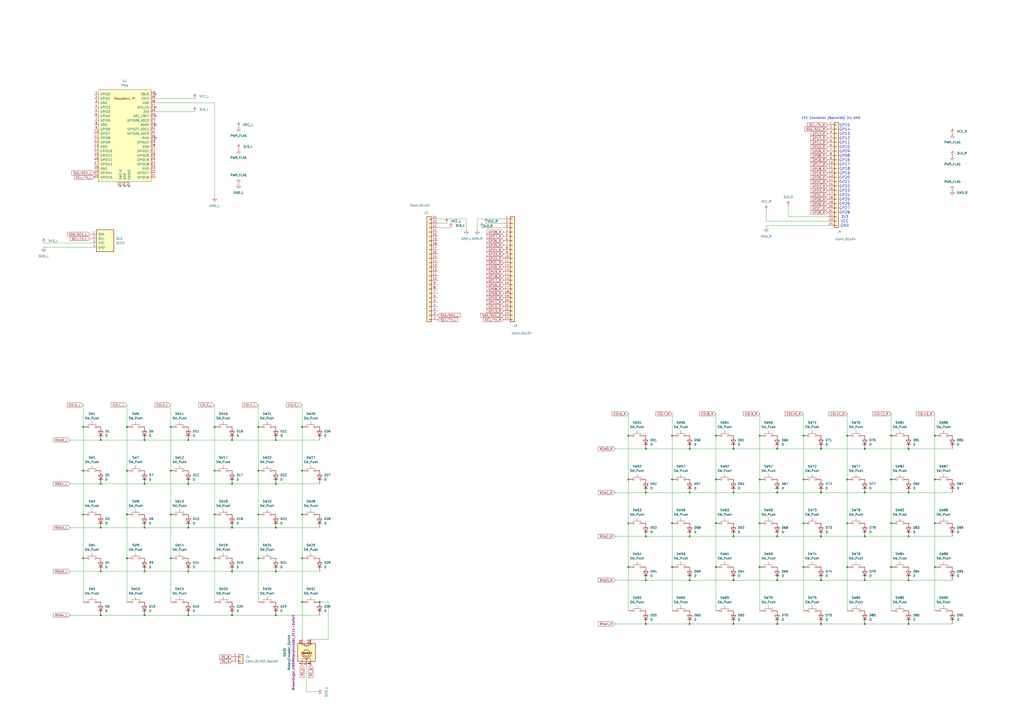
<source format=kicad_sch>
(kicad_sch (version 20250114) (generator "eeschema") (generator_version "9.0")
  (paper "A2")
  (text "FFC Connector (Backside) 24: GND" (at 482.092 68.58 0) (effects (font (size 1.27 1.27))))
  (text "GP15\nGP14\nGP13\nGP12\nGP11\nGP10\nGP09\nGP08\nGP16\nGP17\nGP18\nGP19\nGP20\nGP21\nGP22\nGP23\nGP24\nGP25\nGP26\nGP27\nGP28\n3V3\nVCC\nGND\n" (at 489.966 101.854 0) (effects (font (size 1.5748 1.5748))))
  (junction (at 501.65 361.95))
  (junction (at 450.85 361.95))
  (junction (at 48.26 273.05))
  (junction (at 527.05 260.35))
  (junction (at 374.65 361.95))
  (junction (at 124.46 273.05))
  (junction (at 501.65 336.55))
  (junction (at 175.26 273.05))
  (junction (at 99.06 298.45))
  (junction (at 450.85 260.35))
  (junction (at 425.45 361.95))
  (junction (at 73.66 273.05))
  (junction (at 542.29 303.53))
  (junction (at 374.65 260.35))
  (junction (at 160.02 280.67))
  (junction (at 160.02 306.07))
  (junction (at 160.02 255.27))
  (junction (at 516.89 278.13))
  (junction (at 149.86 298.45))
  (junction (at 491.49 328.93))
  (junction (at 501.65 260.35))
  (junction (at 124.46 298.45))
  (junction (at 48.26 323.85))
  (junction (at 175.26 298.45))
  (junction (at 516.89 252.73))
  (junction (at 364.49 278.13))
  (junction (at 364.49 303.53))
  (junction (at 450.85 336.55))
  (junction (at 491.49 303.53))
  (junction (at 134.62 356.87))
  (junction (at 99.06 273.05))
  (junction (at 389.89 328.93))
  (junction (at 83.82 331.47))
  (junction (at 48.26 298.45))
  (junction (at 48.26 247.65))
  (junction (at 374.65 285.75))
  (junction (at 109.22 356.87))
  (junction (at 109.22 331.47))
  (junction (at 124.46 247.65))
  (junction (at 99.06 323.85))
  (junction (at 58.42 280.67))
  (junction (at 501.65 311.15))
  (junction (at 73.66 298.45))
  (junction (at 374.65 311.15))
  (junction (at 501.65 285.75))
  (junction (at 109.22 280.67))
  (junction (at 491.49 252.73))
  (junction (at 466.09 252.73))
  (junction (at 149.86 273.05))
  (junction (at 425.45 336.55))
  (junction (at 134.62 306.07))
  (junction (at 175.26 247.65))
  (junction (at 58.42 331.47))
  (junction (at 134.62 255.27))
  (junction (at 466.09 328.93))
  (junction (at 476.25 260.35))
  (junction (at 527.05 336.55))
  (junction (at 527.05 311.15))
  (junction (at 109.22 306.07))
  (junction (at 400.05 285.75))
  (junction (at 149.86 323.85))
  (junction (at 364.49 252.73))
  (junction (at 415.29 328.93))
  (junction (at 400.05 311.15))
  (junction (at 160.02 331.47))
  (junction (at 124.46 323.85))
  (junction (at 516.89 303.53))
  (junction (at 374.65 336.55))
  (junction (at 83.82 280.67))
  (junction (at 415.29 252.73))
  (junction (at 425.45 285.75))
  (junction (at 185.42 349.25))
  (junction (at 476.25 361.95))
  (junction (at 516.89 328.93))
  (junction (at 527.05 285.75))
  (junction (at 542.29 328.93))
  (junction (at 160.02 356.87))
  (junction (at 542.29 278.13))
  (junction (at 542.29 252.73))
  (junction (at 364.49 328.93))
  (junction (at 83.82 306.07))
  (junction (at 99.06 247.65))
  (junction (at 425.45 311.15))
  (junction (at 73.66 247.65))
  (junction (at 83.82 255.27))
  (junction (at 466.09 278.13))
  (junction (at 58.42 356.87))
  (junction (at 425.45 260.35))
  (junction (at 440.69 252.73))
  (junction (at 527.05 361.95))
  (junction (at 175.26 323.85))
  (junction (at 440.69 278.13))
  (junction (at 134.62 331.47))
  (junction (at 440.69 303.53))
  (junction (at 73.66 323.85))
  (junction (at 476.25 336.55))
  (junction (at 58.42 255.27))
  (junction (at 400.05 336.55))
  (junction (at 466.09 303.53))
  (junction (at 415.29 278.13))
  (junction (at 389.89 252.73))
  (junction (at 134.62 280.67))
  (junction (at 415.29 303.53))
  (junction (at 450.85 311.15))
  (junction (at 58.42 306.07))
  (junction (at 476.25 285.75))
  (junction (at 389.89 278.13))
  (junction (at 83.82 356.87))
  (junction (at 400.05 361.95))
  (junction (at 440.69 328.93))
  (junction (at 476.25 311.15))
  (junction (at 400.05 260.35))
  (junction (at 450.85 285.75))
  (junction (at 491.49 278.13))
  (junction (at 149.86 247.65))
  (junction (at 389.89 303.53))
  (junction (at 109.22 255.27))
  (junction (at 175.26 349.25))
  (no_connect (at 72.39 107.95))
  (no_connect (at 90.17 67.31))
  (no_connect (at 90.17 80.01))
  (no_connect (at 90.17 54.61))
  (no_connect (at 90.17 72.39))
  (no_connect (at 74.93 107.95))
  (no_connect (at 69.85 107.95))
  (no_connect (at 90.17 62.23))
  (wire (pts (xy 52.07 138.43) (xy 53.34 138.43)))
  (wire (pts (xy 400.05 336.55) (xy 425.45 336.55)))
  (wire (pts (xy 516.89 328.93) (xy 516.89 354.33)))
  (wire (pts (xy 425.45 285.75) (xy 450.85 285.75)))
  (wire (pts (xy 466.09 252.73) (xy 466.09 278.13)))
  (wire (pts (xy 134.62 356.87) (xy 160.02 356.87)))
  (wire (pts (xy 501.65 260.35) (xy 527.05 260.35)))
  (wire (pts (xy 124.46 114.3) (xy 124.46 59.69)))
  (wire (pts (xy 480.06 125.73) (xy 457.2 125.73)))
  (wire (pts (xy 364.49 278.13) (xy 364.49 303.53)))
  (wire (pts (xy 83.82 280.67) (xy 109.22 280.67)))
  (wire (pts (xy 374.65 361.95) (xy 400.05 361.95)))
  (wire (pts (xy 542.29 252.73) (xy 542.29 278.13)))
  (wire (pts (xy 134.62 331.47) (xy 160.02 331.47)))
  (wire (pts (xy 175.26 234.95) (xy 175.26 247.65)))
  (wire (pts (xy 259.08 129.54) (xy 254 129.54)))
  (wire (pts (xy 48.26 298.45) (xy 48.26 323.85)))
  (wire (pts (xy 527.05 311.15) (xy 552.45 311.15)))
  (wire (pts (xy 450.85 260.35) (xy 476.25 260.35)))
  (wire (pts (xy 450.85 361.95) (xy 476.25 361.95)))
  (wire (pts (xy 180.34 370.84) (xy 190.5 370.84)))
  (wire (pts (xy 356.87 361.95) (xy 374.65 361.95)))
  (wire (pts (xy 83.82 255.27) (xy 109.22 255.27)))
  (wire (pts (xy 440.69 303.53) (xy 440.69 328.93)))
  (wire (pts (xy 175.26 298.45) (xy 175.26 323.85)))
  (wire (pts (xy 501.65 336.55) (xy 527.05 336.55)))
  (wire (pts (xy 450.85 285.75) (xy 476.25 285.75)))
  (wire (pts (xy 73.66 234.95) (xy 73.66 247.65)))
  (wire (pts (xy 444.5 121.92) (xy 444.5 128.27)))
  (wire (pts (xy 134.62 280.67) (xy 160.02 280.67)))
  (wire (pts (xy 476.25 361.95) (xy 501.65 361.95)))
  (wire (pts (xy 261.62 132.08) (xy 254 132.08)))
  (wire (pts (xy 177.8 386.08) (xy 177.8 401.32)))
  (wire (pts (xy 99.06 298.45) (xy 99.06 323.85)))
  (wire (pts (xy 58.42 331.47) (xy 83.82 331.47)))
  (wire (pts (xy 476.25 311.15) (xy 501.65 311.15)))
  (wire (pts (xy 527.05 336.55) (xy 552.45 336.55)))
  (wire (pts (xy 149.86 298.45) (xy 149.86 323.85)))
  (wire (pts (xy 99.06 323.85) (xy 99.06 349.25)))
  (wire (pts (xy 450.85 336.55) (xy 476.25 336.55)))
  (wire (pts (xy 356.87 336.55) (xy 374.65 336.55)))
  (wire (pts (xy 516.89 303.53) (xy 516.89 328.93)))
  (wire (pts (xy 124.46 273.05) (xy 124.46 298.45)))
  (wire (pts (xy 99.06 234.95) (xy 99.06 247.65)))
  (wire (pts (xy 516.89 278.13) (xy 516.89 303.53)))
  (wire (pts (xy 440.69 240.03) (xy 440.69 252.73)))
  (wire (pts (xy 466.09 240.03) (xy 466.09 252.73)))
  (wire (pts (xy 440.69 328.93) (xy 440.69 354.33)))
  (wire (pts (xy 444.5 130.81) (xy 480.06 130.81)))
  (wire (pts (xy 389.89 278.13) (xy 389.89 303.53)))
  (wire (pts (xy 73.66 273.05) (xy 73.66 298.45)))
  (wire (pts (xy 99.06 273.05) (xy 99.06 298.45)))
  (wire (pts (xy 134.62 306.07) (xy 160.02 306.07)))
  (wire (pts (xy 527.05 361.95) (xy 552.45 361.95)))
  (wire (pts (xy 48.26 234.95) (xy 48.26 247.65)))
  (wire (pts (xy 476.25 260.35) (xy 501.65 260.35)))
  (wire (pts (xy 491.49 240.03) (xy 491.49 252.73)))
  (wire (pts (xy 160.02 356.87) (xy 185.42 356.87)))
  (wire (pts (xy 491.49 252.73) (xy 491.49 278.13)))
  (wire (pts (xy 527.05 260.35) (xy 552.45 260.35)))
  (wire (pts (xy 476.25 285.75) (xy 501.65 285.75)))
  (wire (pts (xy 25.4 143.51) (xy 53.34 143.51)))
  (wire (pts (xy 52.07 135.89) (xy 53.34 135.89)))
  (wire (pts (xy 527.05 285.75) (xy 552.45 285.75)))
  (wire (pts (xy 149.86 323.85) (xy 149.86 349.25)))
  (wire (pts (xy 109.22 331.47) (xy 134.62 331.47)))
  (wire (pts (xy 415.29 278.13) (xy 415.29 303.53)))
  (wire (pts (xy 356.87 311.15) (xy 374.65 311.15)))
  (wire (pts (xy 400.05 285.75) (xy 425.45 285.75)))
  (wire (pts (xy 48.26 273.05) (xy 48.26 298.45)))
  (wire (pts (xy 175.26 273.05) (xy 175.26 298.45)))
  (wire (pts (xy 124.46 234.95) (xy 124.46 247.65)))
  (wire (pts (xy 190.5 349.25) (xy 185.42 349.25)))
  (wire (pts (xy 292.1 127) (xy 276.86 127)))
  (wire (pts (xy 175.26 349.25) (xy 175.26 370.84)))
  (wire (pts (xy 177.8 401.32) (xy 184.15 401.32)))
  (wire (pts (xy 466.09 328.93) (xy 466.09 354.33)))
  (wire (pts (xy 374.65 285.75) (xy 400.05 285.75)))
  (wire (pts (xy 491.49 303.53) (xy 491.49 328.93)))
  (wire (pts (xy 415.29 240.03) (xy 415.29 252.73)))
  (wire (pts (xy 40.64 255.27) (xy 58.42 255.27)))
  (wire (pts (xy 109.22 356.87) (xy 134.62 356.87)))
  (wire (pts (xy 48.26 247.65) (xy 48.26 273.05)))
  (wire (pts (xy 175.26 323.85) (xy 175.26 349.25)))
  (wire (pts (xy 415.29 303.53) (xy 415.29 328.93)))
  (wire (pts (xy 160.02 255.27) (xy 185.42 255.27)))
  (wire (pts (xy 516.89 252.73) (xy 516.89 278.13)))
  (wire (pts (xy 501.65 285.75) (xy 527.05 285.75)))
  (wire (pts (xy 542.29 278.13) (xy 542.29 303.53)))
  (wire (pts (xy 425.45 311.15) (xy 450.85 311.15)))
  (wire (pts (xy 83.82 306.07) (xy 109.22 306.07)))
  (wire (pts (xy 389.89 252.73) (xy 389.89 278.13)))
  (wire (pts (xy 73.66 323.85) (xy 73.66 349.25)))
  (wire (pts (xy 270.51 127) (xy 270.51 133.35)))
  (wire (pts (xy 281.94 129.54) (xy 292.1 129.54)))
  (wire (pts (xy 400.05 361.95) (xy 425.45 361.95)))
  (wire (pts (xy 444.5 132.08) (xy 444.5 130.81)))
  (wire (pts (xy 400.05 260.35) (xy 425.45 260.35)))
  (wire (pts (xy 491.49 278.13) (xy 491.49 303.53)))
  (wire (pts (xy 425.45 260.35) (xy 450.85 260.35)))
  (wire (pts (xy 58.42 356.87) (xy 83.82 356.87)))
  (wire (pts (xy 149.86 273.05) (xy 149.86 298.45)))
  (wire (pts (xy 124.46 298.45) (xy 124.46 323.85)))
  (wire (pts (xy 425.45 361.95) (xy 450.85 361.95)))
  (wire (pts (xy 190.5 370.84) (xy 190.5 349.25)))
  (wire (pts (xy 356.87 285.75) (xy 374.65 285.75)))
  (wire (pts (xy 440.69 278.13) (xy 440.69 303.53)))
  (wire (pts (xy 542.29 303.53) (xy 542.29 328.93)))
  (wire (pts (xy 175.26 247.65) (xy 175.26 273.05)))
  (wire (pts (xy 270.51 127) (xy 254 127)))
  (wire (pts (xy 466.09 303.53) (xy 466.09 328.93)))
  (wire (pts (xy 109.22 306.07) (xy 134.62 306.07)))
  (wire (pts (xy 400.05 311.15) (xy 425.45 311.15)))
  (wire (pts (xy 444.5 128.27) (xy 480.06 128.27)))
  (wire (pts (xy 542.29 328.93) (xy 542.29 354.33)))
  (wire (pts (xy 374.65 311.15) (xy 400.05 311.15)))
  (wire (pts (xy 58.42 280.67) (xy 83.82 280.67)))
  (wire (pts (xy 440.69 252.73) (xy 440.69 278.13)))
  (wire (pts (xy 542.29 240.03) (xy 542.29 252.73)))
  (wire (pts (xy 279.4 132.08) (xy 292.1 132.08)))
  (wire (pts (xy 124.46 59.69) (xy 90.17 59.69)))
  (wire (pts (xy 389.89 303.53) (xy 389.89 328.93)))
  (wire (pts (xy 25.4 140.97) (xy 53.34 140.97)))
  (wire (pts (xy 99.06 247.65) (xy 99.06 273.05)))
  (wire (pts (xy 58.42 306.07) (xy 83.82 306.07)))
  (wire (pts (xy 450.85 311.15) (xy 476.25 311.15)))
  (wire (pts (xy 40.64 331.47) (xy 58.42 331.47)))
  (wire (pts (xy 83.82 331.47) (xy 109.22 331.47)))
  (wire (pts (xy 160.02 306.07) (xy 185.42 306.07)))
  (wire (pts (xy 364.49 328.93) (xy 364.49 354.33)))
  (wire (pts (xy 40.64 280.67) (xy 58.42 280.67)))
  (wire (pts (xy 40.64 356.87) (xy 58.42 356.87)))
  (wire (pts (xy 425.45 336.55) (xy 450.85 336.55)))
  (wire (pts (xy 356.87 260.35) (xy 374.65 260.35)))
  (wire (pts (xy 415.29 328.93) (xy 415.29 354.33)))
  (wire (pts (xy 40.64 306.07) (xy 58.42 306.07)))
  (wire (pts (xy 501.65 361.95) (xy 527.05 361.95)))
  (wire (pts (xy 58.42 255.27) (xy 83.82 255.27)))
  (wire (pts (xy 160.02 280.67) (xy 185.42 280.67)))
  (wire (pts (xy 90.17 57.15) (xy 113.03 57.15)))
  (wire (pts (xy 124.46 247.65) (xy 124.46 273.05)))
  (wire (pts (xy 516.89 240.03) (xy 516.89 252.73)))
  (wire (pts (xy 109.22 280.67) (xy 134.62 280.67)))
  (wire (pts (xy 149.86 247.65) (xy 149.86 273.05)))
  (wire (pts (xy 457.2 125.73) (xy 457.2 119.38)))
  (wire (pts (xy 276.86 133.35) (xy 276.86 127)))
  (wire (pts (xy 90.17 64.77) (xy 113.03 64.77)))
  (wire (pts (xy 415.29 252.73) (xy 415.29 278.13)))
  (wire (pts (xy 124.46 323.85) (xy 124.46 349.25)))
  (wire (pts (xy 48.26 323.85) (xy 48.26 349.25)))
  (wire (pts (xy 83.82 356.87) (xy 109.22 356.87)))
  (wire (pts (xy 374.65 336.55) (xy 400.05 336.55)))
  (wire (pts (xy 476.25 336.55) (xy 501.65 336.55)))
  (wire (pts (xy 160.02 331.47) (xy 185.42 331.47)))
  (wire (pts (xy 149.86 234.95) (xy 149.86 247.65)))
  (wire (pts (xy 501.65 311.15) (xy 527.05 311.15)))
  (wire (pts (xy 73.66 247.65) (xy 73.66 273.05)))
  (wire (pts (xy 109.22 255.27) (xy 134.62 255.27)))
  (wire (pts (xy 389.89 240.03) (xy 389.89 252.73)))
  (wire (pts (xy 491.49 328.93) (xy 491.49 354.33)))
  (wire (pts (xy 364.49 240.03) (xy 364.49 252.73)))
  (wire (pts (xy 466.09 278.13) (xy 466.09 303.53)))
  (wire (pts (xy 389.89 328.93) (xy 389.89 354.33)))
  (wire (pts (xy 364.49 303.53) (xy 364.49 328.93)))
  (wire (pts (xy 364.49 252.73) (xy 364.49 278.13)))
  (wire (pts (xy 134.62 255.27) (xy 160.02 255.27)))
  (wire (pts (xy 73.66 298.45) (xy 73.66 323.85)))
  (wire (pts (xy 374.65 260.35) (xy 400.05 260.35)))
  (global_label "ROW1_R" (shape input) (at 356.87 285.75 180) (property "Intersheetrefs" "${INTERSHEET_REFS}" (effects (hide yes))))
  (global_label "COL2_L" (shape input) (at 99.06 234.95 180) (property "Intersheetrefs" "${INTERSHEET_REFS}" (effects (hide yes))))
  (global_label "GP26_R" (shape input) (at 292.1 139.7 180) (property "Intersheetrefs" "${INTERSHEET_REFS}" (effects (hide yes))))
  (global_label "GP23_R" (shape input) (at 480.06 110.49 180) (property "Intersheetrefs" "${INTERSHEET_REFS}" (effects (hide yes))))
  (global_label "COL8_R" (shape input) (at 415.29 240.03 180) (property "Intersheetrefs" "${INTERSHEET_REFS}" (effects (hide yes))))
  (global_label "RE_A" (shape input) (at 134.62 383.54 180) (property "Intersheetrefs" "${INTERSHEET_REFS}" (effects (hide yes))))
  (global_label "GP08_R" (shape input) (at 292.1 167.64 180) (property "Intersheetrefs" "${INTERSHEET_REFS}" (effects (hide yes))))
  (global_label "COL6_R" (shape input) (at 364.49 240.03 180) (property "Intersheetrefs" "${INTERSHEET_REFS}" (effects (hide yes))))
  (global_label "GP13_R" (shape input) (at 292.1 180.34 180) (property "Intersheetrefs" "${INTERSHEET_REFS}" (effects (hide yes))))
  (global_label "GP23_R" (shape input) (at 292.1 147.32 180) (property "Intersheetrefs" "${INTERSHEET_REFS}" (effects (hide yes))))
  (global_label "GP19_R" (shape input) (at 292.1 157.48 180) (property "Intersheetrefs" "${INTERSHEET_REFS}" (effects (hide yes))))
  (global_label "RE_A" (shape input) (at 175.26 386.08 270) (property "Intersheetrefs" "${INTERSHEET_REFS}" (effects (hide yes))))
  (global_label "COL1_L" (shape input) (at 73.66 234.95 180) (property "Intersheetrefs" "${INTERSHEET_REFS}" (effects (hide yes))))
  (global_label "COL3_L" (shape input) (at 124.46 234.95 180) (property "Intersheetrefs" "${INTERSHEET_REFS}" (effects (hide yes))))
  (global_label "GP18_R" (shape input) (at 480.06 97.79 180) (property "Intersheetrefs" "${INTERSHEET_REFS}" (effects (hide yes))))
  (global_label "SCL{slash}TX_L" (shape input) (at 52.07 138.43 180) (property "Intersheetrefs" "${INTERSHEET_REFS}" (effects (hide yes))))
  (global_label "RE_B" (shape input) (at 180.34 386.08 270) (property "Intersheetrefs" "${INTERSHEET_REFS}" (effects (hide yes))))
  (global_label "COL7_R" (shape input) (at 389.89 240.03 180) (property "Intersheetrefs" "${INTERSHEET_REFS}" (effects (hide yes))))
  (global_label "GP18_R" (shape input) (at 292.1 160.02 180) (property "Intersheetrefs" "${INTERSHEET_REFS}" (effects (hide yes))))
  (global_label "COL5_L" (shape input) (at 175.26 234.95 180) (property "Intersheetrefs" "${INTERSHEET_REFS}" (effects (hide yes))))
  (global_label "GP08_R" (shape input) (at 480.06 90.17 180) (property "Intersheetrefs" "${INTERSHEET_REFS}" (effects (hide yes))))
  (global_label "GP22_R" (shape input) (at 292.1 149.86 180) (property "Intersheetrefs" "${INTERSHEET_REFS}" (effects (hide yes))))
  (global_label "GP28_R" (shape input) (at 292.1 134.62 180) (property "Intersheetrefs" "${INTERSHEET_REFS}" (effects (hide yes))))
  (global_label "ROW3_R" (shape input) (at 356.87 336.55 180) (property "Intersheetrefs" "${INTERSHEET_REFS}" (effects (hide yes))))
  (global_label "GP10_R" (shape input) (at 480.06 85.09 180) (property "Intersheetrefs" "${INTERSHEET_REFS}" (effects (hide yes))))
  (global_label "GP16_R" (shape input) (at 480.06 92.71 180) (property "Intersheetrefs" "${INTERSHEET_REFS}" (effects (hide yes))))
  (global_label "GP17_R" (shape input) (at 292.1 162.56 180) (property "Intersheetrefs" "${INTERSHEET_REFS}" (effects (hide yes))))
  (global_label "GP20_R" (shape input) (at 292.1 154.94 180) (property "Intersheetrefs" "${INTERSHEET_REFS}" (effects (hide yes))))
  (global_label "ROW3_L" (shape input) (at 40.64 331.47 180) (property "Intersheetrefs" "${INTERSHEET_REFS}" (effects (hide yes))))
  (global_label "SDA{slash}SCK_L" (shape input) (at 52.07 135.89 180) (property "Intersheetrefs" "${INTERSHEET_REFS}" (effects (hide yes))))
  (global_label "SCL{slash}TX_R" (shape input) (at 292.1 185.42 180) (property "Intersheetrefs" "${INTERSHEET_REFS}" (effects (hide yes))))
  (global_label "GP28_R" (shape input) (at 480.06 123.19 180) (property "Intersheetrefs" "${INTERSHEET_REFS}" (effects (hide yes))))
  (global_label "COL11_R" (shape input) (at 491.49 240.03 180) (property "Intersheetrefs" "${INTERSHEET_REFS}" (effects (hide yes))))
  (global_label "GP09_R" (shape input) (at 480.06 87.63 180) (property "Intersheetrefs" "${INTERSHEET_REFS}" (effects (hide yes))))
  (global_label "COL12_R" (shape input) (at 516.89 240.03 180) (property "Intersheetrefs" "${INTERSHEET_REFS}" (effects (hide yes))))
  (global_label "ROW2_L" (shape input) (at 40.64 306.07 180) (property "Intersheetrefs" "${INTERSHEET_REFS}" (effects (hide yes))))
  (global_label "GP17_R" (shape input) (at 480.06 95.25 180) (property "Intersheetrefs" "${INTERSHEET_REFS}" (effects (hide yes))))
  (global_label "GP20_R" (shape input) (at 480.06 102.87 180) (property "Intersheetrefs" "${INTERSHEET_REFS}" (effects (hide yes))))
  (global_label "GP26_R" (shape input) (at 480.06 118.11 180) (property "Intersheetrefs" "${INTERSHEET_REFS}" (effects (hide yes))))
  (global_label "GP11_R" (shape input) (at 292.1 175.26 180) (property "Intersheetrefs" "${INTERSHEET_REFS}" (effects (hide yes))))
  (global_label "SCL{slash}TX_L" (shape input) (at 254 185.42 0) (property "Intersheetrefs" "${INTERSHEET_REFS}" (effects (hide yes))))
  (global_label "ROW4_R" (shape input) (at 356.87 361.95 180) (property "Intersheetrefs" "${INTERSHEET_REFS}" (effects (hide yes))))
  (global_label "SDA{slash}SCK_L" (shape input) (at 254 182.88 0) (property "Intersheetrefs" "${INTERSHEET_REFS}" (effects (hide yes))))
  (global_label "GP12_R" (shape input) (at 292.1 177.8 180) (property "Intersheetrefs" "${INTERSHEET_REFS}" (effects (hide yes))))
  (global_label "GP16_R" (shape input) (at 292.1 165.1 180) (property "Intersheetrefs" "${INTERSHEET_REFS}" (effects (hide yes))))
  (global_label "GP25_R" (shape input) (at 292.1 142.24 180) (property "Intersheetrefs" "${INTERSHEET_REFS}" (effects (hide yes))))
  (global_label "ROW0_R" (shape input) (at 356.87 260.35 180) (property "Intersheetrefs" "${INTERSHEET_REFS}" (effects (hide yes))))
  (global_label "GP13_R" (shape input) (at 480.06 77.47 180) (property "Intersheetrefs" "${INTERSHEET_REFS}" (effects (hide yes))))
  (global_label "ROW0_L" (shape input) (at 40.64 255.27 180) (property "Intersheetrefs" "${INTERSHEET_REFS}" (effects (hide yes))))
  (global_label "GP12_R" (shape input) (at 480.06 80.01 180) (property "Intersheetrefs" "${INTERSHEET_REFS}" (effects (hide yes))))
  (global_label "ROW2_R" (shape input) (at 356.87 311.15 180) (property "Intersheetrefs" "${INTERSHEET_REFS}" (effects (hide yes))))
  (global_label "GP09_R" (shape input) (at 292.1 170.18 180) (property "Intersheetrefs" "${INTERSHEET_REFS}" (effects (hide yes))))
  (global_label "GP25_R" (shape input) (at 480.06 115.57 180) (property "Intersheetrefs" "${INTERSHEET_REFS}" (effects (hide yes))))
  (global_label "COL0_L" (shape input) (at 48.26 234.95 180) (property "Intersheetrefs" "${INTERSHEET_REFS}" (effects (hide yes))))
  (global_label "GP21_R" (shape input) (at 480.06 105.41 180) (property "Intersheetrefs" "${INTERSHEET_REFS}" (effects (hide yes))))
  (global_label "GP24_R" (shape input) (at 480.06 113.03 180) (property "Intersheetrefs" "${INTERSHEET_REFS}" (effects (hide yes))))
  (global_label "RE_B" (shape input) (at 134.62 381 180) (property "Intersheetrefs" "${INTERSHEET_REFS}" (effects (hide yes))))
  (global_label "SCL{slash}TX_L" (shape input) (at 54.61 102.87 180) (property "Intersheetrefs" "${INTERSHEET_REFS}" (effects (hide yes))))
  (global_label "COL9_R" (shape input) (at 440.69 240.03 180) (property "Intersheetrefs" "${INTERSHEET_REFS}" (effects (hide yes))))
  (global_label "COL4_L" (shape input) (at 149.86 234.95 180) (property "Intersheetrefs" "${INTERSHEET_REFS}" (effects (hide yes))))
  (global_label "GP11_R" (shape input) (at 480.06 82.55 180) (property "Intersheetrefs" "${INTERSHEET_REFS}" (effects (hide yes))))
  (global_label "GP27_R" (shape input) (at 292.1 137.16 180) (property "Intersheetrefs" "${INTERSHEET_REFS}" (effects (hide yes))))
  (global_label "GP22_R" (shape input) (at 480.06 107.95 180) (property "Intersheetrefs" "${INTERSHEET_REFS}" (effects (hide yes))))
  (global_label "COL10_R" (shape input) (at 466.09 240.03 180) (property "Intersheetrefs" "${INTERSHEET_REFS}" (effects (hide yes))))
  (global_label "ROW1_L" (shape input) (at 40.64 280.67 180) (property "Intersheetrefs" "${INTERSHEET_REFS}" (effects (hide yes))))
  (global_label "ROW4_L" (shape input) (at 40.64 356.87 180) (property "Intersheetrefs" "${INTERSHEET_REFS}" (effects (hide yes))))
  (global_label "GP27_R" (shape input) (at 480.06 120.65 180) (property "Intersheetrefs" "${INTERSHEET_REFS}" (effects (hide yes))))
  (global_label "GP10_R" (shape input) (at 292.1 172.72 180) (property "Intersheetrefs" "${INTERSHEET_REFS}" (effects (hide yes))))
  (global_label "SDA{slash}SCK_R" (shape input) (at 480.06 74.93 180) (property "Intersheetrefs" "${INTERSHEET_REFS}" (effects (hide yes))))
  (global_label "GP24_R" (shape input) (at 292.1 144.78 180) (property "Intersheetrefs" "${INTERSHEET_REFS}" (effects (hide yes))))
  (global_label "COL13_R" (shape input) (at 542.29 240.03 180) (property "Intersheetrefs" "${INTERSHEET_REFS}" (effects (hide yes))))
  (global_label "SCL{slash}TX_R" (shape input) (at 480.06 72.39 180) (property "Intersheetrefs" "${INTERSHEET_REFS}" (effects (hide yes))))
  (global_label "GP19_R" (shape input) (at 480.06 100.33 180) (property "Intersheetrefs" "${INTERSHEET_REFS}" (effects (hide yes))))
  (global_label "SDA{slash}SCK_L" (shape input) (at 54.61 100.33 180) (property "Intersheetrefs" "${INTERSHEET_REFS}" (effects (hide yes))))
  (global_label "SDA{slash}SCK_R" (shape input) (at 292.1 182.88 180) (property "Intersheetrefs" "${INTERSHEET_REFS}" (effects (hide yes))))
  (global_label "GP21_R" (shape input) (at 292.1 152.4 180) (property "Intersheetrefs" "${INTERSHEET_REFS}" (effects (hide yes))))
  (symbol (lib_id "Switch:SW_Push") (at 471.17 278.13 0) (mirror y) (unit 1)
    (property "Reference" "SW72" (at 471.17 270.51 0))
    (property "Value" "SW_Push" (at 471.17 273.05 0))
    (property "Footprint" "Rikkodo_FootPrint:rkd_Asm_ChocV1V2_Hotswap_1u" (effects (hide yes)))
    (property "Description" "Push button switch, generic, two pins" (effects (hide yes)))
  )
  (symbol (lib_id "Switch:SW_Push") (at 471.17 328.93 0) (mirror y) (unit 1)
    (property "Reference" "SW74" (at 471.17 321.31 0))
    (property "Value" "SW_Push" (at 471.17 323.85 0))
    (property "Footprint" "Rikkodo_FootPrint:rkd_Asm_ChocV1V2_Hotswap_1u" (effects (hide yes)))
    (property "Description" "Push button switch, generic, two pins" (effects (hide yes)))
  )
  (symbol (lib_id "Switch:SW_Push") (at 369.57 328.93 0) (mirror y) (unit 1)
    (property "Reference" "SW54" (at 369.57 321.31 0))
    (property "Value" "SW_Push" (at 369.57 323.85 0))
    (property "Footprint" "Rikkodo_FootPrint:rkd_Asm_ChocV1V2_Hotswap_1u" (effects (hide yes)))
    (property "Description" "Push button switch, generic, two pins" (effects (hide yes)))
  )
  (symbol (lib_id "Device:D") (at 134.62 327.66 90) (unit 1)
    (property "Reference" "D19" (at 137.16 326.3899 90) (effects (justify right)))
    (property "Value" "D" (at 137.16 328.9299 90) (effects (justify right)))
    (property "Footprint" "kbd_Parts:Diode_SMD" (effects (hide yes)))
    (property "Description" "Diode" (effects (hide yes)))
    (property "Sim.Device" "D" (effects (hide yes)))
    (property "Sim.Pins" "1=K 2=A" (effects (hide yes)))
  )
  (symbol (lib_id "power:VCC") (at 113.03 57.15 0) (unit 1)
    (property "Reference" "#PWR012" (effects (hide yes)))
    (property "Value" "VCC_L" (at 115.57 55.8799 0) (effects (justify left)))
    (property "Description" "Power symbol creates a global label with name \"VCC\"" (effects (hide yes)))
  )
  (symbol (lib_id "Switch:SW_Push") (at 445.77 303.53 0) (mirror y) (unit 1)
    (property "Reference" "SW68" (at 445.77 295.91 0))
    (property "Value" "SW_Push" (at 445.77 298.45 0))
    (property "Footprint" "Rikkodo_FootPrint:rkd_Asm_ChocV1V2_Hotswap_1u" (effects (hide yes)))
    (property "Description" "Push button switch, generic, two pins" (effects (hide yes)))
  )
  (symbol (lib_id "Device:D") (at 425.45 307.34 90) (unit 1)
    (property "Reference" "D63" (at 427.99 306.0699 90) (effects (justify right)))
    (property "Value" "D" (at 427.99 308.6099 90) (effects (justify right)))
    (property "Footprint" "kbd_Parts:Diode_SMD" (effects (hide yes)))
    (property "Description" "Diode" (effects (hide yes)))
    (property "Sim.Device" "D" (effects (hide yes)))
    (property "Sim.Pins" "1=K 2=A" (effects (hide yes)))
  )
  (symbol (lib_id "Device:D") (at 58.42 302.26 90) (unit 1)
    (property "Reference" "D3" (at 60.96 300.9899 90) (effects (justify right)))
    (property "Value" "D" (at 60.96 303.5299 90) (effects (justify right)))
    (property "Footprint" "kbd_Parts:Diode_SMD" (effects (hide yes)))
    (property "Description" "Diode" (effects (hide yes)))
    (property "Sim.Device" "D" (effects (hide yes)))
    (property "Sim.Pins" "1=K 2=A" (effects (hide yes)))
  )
  (symbol (lib_id "Device:D") (at 134.62 276.86 90) (unit 1)
    (property "Reference" "D17" (at 137.16 275.5899 90) (effects (justify right)))
    (property "Value" "D" (at 137.16 278.1299 90) (effects (justify right)))
    (property "Footprint" "kbd_Parts:Diode_SMD" (effects (hide yes)))
    (property "Description" "Diode" (effects (hide yes)))
    (property "Sim.Device" "D" (effects (hide yes)))
    (property "Sim.Pins" "1=K 2=A" (effects (hide yes)))
  )
  (symbol (lib_id "Switch:SW_Push") (at 180.34 273.05 0) (mirror y) (unit 1)
    (property "Reference" "SW27" (at 180.34 265.43 0))
    (property "Value" "SW_Push" (at 180.34 267.97 0))
    (property "Footprint" "Rikkodo_FootPrint:rkd_Asm_ChocV1V2_Hotswap_1u" (effects (hide yes)))
    (property "Description" "Push button switch, generic, two pins" (effects (hide yes)))
  )
  (symbol (lib_id "power:VCC") (at 113.03 64.77 0) (unit 1)
    (property "Reference" "#PWR013" (effects (hide yes)))
    (property "Value" "3v3_L" (at 115.57 63.4999 0) (effects (justify left)))
    (property "Description" "Power symbol creates a global label with name \"VCC\"" (effects (hide yes)))
  )
  (symbol (lib_id "power:GND") (at 444.5 132.08 0) (unit 1)
    (property "Reference" "#PWR02" (effects (hide yes)))
    (property "Value" "GND_R" (at 444.5 137.16 0))
    (property "Description" "Power symbol creates a global label with name \"GND\" , ground" (effects (hide yes)))
  )
  (symbol (lib_id "Switch:SW_Push") (at 53.34 349.25 0) (mirror y) (unit 1)
    (property "Reference" "SW5" (at 53.34 341.63 0))
    (property "Value" "SW_Push" (at 53.34 344.17 0))
    (property "Footprint" "Rikkodo_FootPrint:rkd_Asm_ChocV1V2_Hotswap_1u" (effects (hide yes)))
    (property "Description" "Push button switch, generic, two pins" (effects (hide yes)))
  )
  (symbol (lib_id "power:VCC") (at 444.5 121.92 0) (unit 1)
    (property "Reference" "#PWR01" (effects (hide yes)))
    (property "Value" "VCC_R" (at 444.5 116.84 0))
    (property "Description" "Power symbol creates a global label with name \"VCC\"" (effects (hide yes)))
  )
  (symbol (lib_id "Switch:SW_Push") (at 496.57 354.33 0) (mirror y) (unit 1)
    (property "Reference" "SW80" (at 496.57 346.71 0))
    (property "Value" "SW_Push" (at 496.57 349.25 0))
    (property "Footprint" "Rikkodo_FootPrint:rkd_Asm_ChocV1V2_Hotswap_1u" (effects (hide yes)))
    (property "Description" "Push button switch, generic, two pins" (effects (hide yes)))
  )
  (symbol (lib_id "Device:D") (at 501.65 358.14 90) (unit 1)
    (property "Reference" "D80" (at 504.19 356.8699 90) (effects (justify right)))
    (property "Value" "D" (at 504.19 359.4099 90) (effects (justify right)))
    (property "Footprint" "kbd_Parts:Diode_SMD" (effects (hide yes)))
    (property "Description" "Diode" (effects (hide yes)))
    (property "Sim.Device" "D" (effects (hide yes)))
    (property "Sim.Pins" "1=K 2=A" (effects (hide yes)))
  )
  (symbol (lib_id "Switch:SW_Push") (at 129.54 298.45 0) (mirror y) (unit 1)
    (property "Reference" "SW18" (at 129.54 290.83 0))
    (property "Value" "SW_Push" (at 129.54 293.37 0))
    (property "Footprint" "Rikkodo_FootPrint:rkd_Asm_ChocV1V2_Hotswap_1u" (effects (hide yes)))
    (property "Description" "Push button switch, generic, two pins" (effects (hide yes)))
  )
  (symbol (lib_id "Device:D") (at 160.02 327.66 90) (unit 1)
    (property "Reference" "D24" (at 162.56 326.3899 90) (effects (justify right)))
    (property "Value" "D" (at 162.56 328.9299 90) (effects (justify right)))
    (property "Footprint" "kbd_Parts:Diode_SMD" (effects (hide yes)))
    (property "Description" "Diode" (effects (hide yes)))
    (property "Sim.Device" "D" (effects (hide yes)))
    (property "Sim.Pins" "1=K 2=A" (effects (hide yes)))
  )
  (symbol (lib_id "power:GND") (at 184.15 401.32 90) (unit 1)
    (property "Reference" "#PWR016" (effects (hide yes)))
    (property "Value" "GND_L" (at 189.23 401.32 0))
    (property "Description" "Power symbol creates a global label with name \"GND\" , ground" (effects (hide yes)))
  )
  (symbol (lib_id "Device:D") (at 425.45 358.14 90) (unit 1)
    (property "Reference" "D65" (at 427.99 356.8699 90) (effects (justify right)))
    (property "Value" "D" (at 427.99 359.4099 90) (effects (justify right)))
    (property "Footprint" "kbd_Parts:Diode_SMD" (effects (hide yes)))
    (property "Description" "Diode" (effects (hide yes)))
    (property "Sim.Device" "D" (effects (hide yes)))
    (property "Sim.Pins" "1=K 2=A" (effects (hide yes)))
  )
  (symbol (lib_id "Device:D") (at 185.42 276.86 90) (unit 1)
    (property "Reference" "D27" (at 187.96 275.5899 90) (effects (justify right)))
    (property "Value" "D" (at 187.96 278.1299 90) (effects (justify right)))
    (property "Footprint" "kbd_Parts:Diode_SMD" (effects (hide yes)))
    (property "Description" "Diode" (effects (hide yes)))
    (property "Sim.Device" "D" (effects (hide yes)))
    (property "Sim.Pins" "1=K 2=A" (effects (hide yes)))
  )
  (symbol (lib_id "Switch:SW_Push") (at 78.74 273.05 0) (mirror y) (unit 1)
    (property "Reference" "SW7" (at 78.74 265.43 0))
    (property "Value" "SW_Push" (at 78.74 267.97 0))
    (property "Footprint" "Rikkodo_FootPrint:rkd_Asm_ChocV1V2_Hotswap_1u" (effects (hide yes)))
    (property "Description" "Push button switch, generic, two pins" (effects (hide yes)))
  )
  (symbol (lib_id "power:VCC") (at 138.43 86.36 0) (unit 1)
    (property "Reference" "#PWR010" (effects (hide yes)))
    (property "Value" "3v3_L" (at 140.97 85.0899 0) (effects (justify left)))
    (property "Description" "Power symbol creates a global label with name \"VCC\"" (effects (hide yes)))
  )
  (symbol (lib_id "Switch:SW_Push") (at 129.54 273.05 0) (mirror y) (unit 1)
    (property "Reference" "SW17" (at 129.54 265.43 0))
    (property "Value" "SW_Push" (at 129.54 267.97 0))
    (property "Footprint" "Rikkodo_FootPrint:rkd_Asm_ChocV1V2_Hotswap_1u" (effects (hide yes)))
    (property "Description" "Push button switch, generic, two pins" (effects (hide yes)))
  )
  (symbol (lib_id "Switch:SW_Push") (at 547.37 252.73 0) (mirror y) (unit 1)
    (property "Reference" "SW86" (at 547.37 245.11 0))
    (property "Value" "SW_Push" (at 547.37 247.65 0))
    (property "Footprint" "Rikkodo_FootPrint:rkd_Asm_ChocV2_Hotswap_2uW" (effects (hide yes)))
    (property "Description" "Push button switch, generic, two pins" (effects (hide yes)))
  )
  (symbol (lib_id "power:PWR_FLAG") (at 552.45 90.17 180) (unit 1)
    (property "Reference" "#FLG03" (effects (hide yes)))
    (property "Value" "PWR_FLAG" (at 552.45 95.25 0))
    (property "Description" "Special symbol for telling ERC where power comes from" (effects (hide yes)))
  )
  (symbol (lib_id "Switch:SW_Push") (at 369.57 303.53 0) (mirror y) (unit 1)
    (property "Reference" "SW53" (at 369.57 295.91 0))
    (property "Value" "SW_Push" (at 369.57 298.45 0))
    (property "Footprint" "Rikkodo_FootPrint:rkd_Asm_ChocV1V2_Hotswap_1u" (effects (hide yes)))
    (property "Description" "Push button switch, generic, two pins" (effects (hide yes)))
  )
  (symbol (lib_id "Device:D") (at 374.65 358.14 90) (unit 1)
    (property "Reference" "D55" (at 377.19 356.8699 90) (effects (justify right)))
    (property "Value" "D" (at 377.19 359.4099 90) (effects (justify right)))
    (property "Footprint" "kbd_Parts:Diode_SMD" (effects (hide yes)))
    (property "Description" "Diode" (effects (hide yes)))
    (property "Sim.Device" "D" (effects (hide yes)))
    (property "Sim.Pins" "1=K 2=A" (effects (hide yes)))
  )
  (symbol (lib_id "Switch:SW_Push") (at 180.34 298.45 0) (mirror y) (unit 1)
    (property "Reference" "SW28" (at 180.34 290.83 0))
    (property "Value" "SW_Push" (at 180.34 293.37 0))
    (property "Footprint" "Rikkodo_FootPrint:rkd_Asm_ChocV1V2_Hotswap_1u" (effects (hide yes)))
    (property "Description" "Push button switch, generic, two pins" (effects (hide yes)))
  )
  (symbol (lib_id "Switch:SW_Push") (at 78.74 349.25 0) (mirror y) (unit 1)
    (property "Reference" "SW10" (at 78.74 341.63 0))
    (property "Value" "SW_Push" (at 78.74 344.17 0))
    (property "Footprint" "Rikkodo_FootPrint:rkd_Asm_ChocV1V2_Hotswap_1u" (effects (hide yes)))
    (property "Description" "Push button switch, generic, two pins" (effects (hide yes)))
  )
  (symbol (lib_id "BrownSugar_KBD:OLED") (at 60.96 139.7 0) (unit 1)
    (property "Reference" "OL2" (at 67.31 138.4299 0) (effects (justify left)))
    (property "Value" "OLED" (at 67.31 140.9699 0) (effects (justify left)))
    (property "Footprint" "BrownSugar_KBD:OLED_center_display" (effects (hide yes)))
  )
  (symbol (lib_id "Switch:SW_Push") (at 129.54 247.65 0) (mirror y) (unit 1)
    (property "Reference" "SW16" (at 129.54 240.03 0))
    (property "Value" "SW_Push" (at 129.54 242.57 0))
    (property "Footprint" "Rikkodo_FootPrint:rkd_Asm_ChocV1V2_Hotswap_1u" (effects (hide yes)))
    (property "Description" "Push button switch, generic, two pins" (effects (hide yes)))
  )
  (symbol (lib_id "Switch:SW_Push") (at 154.94 298.45 0) (mirror y) (unit 1)
    (property "Reference" "SW23" (at 154.94 290.83 0))
    (property "Value" "SW_Push" (at 154.94 293.37 0))
    (property "Footprint" "Rikkodo_FootPrint:rkd_Asm_ChocV1V2_Hotswap_1u" (effects (hide yes)))
    (property "Description" "Push button switch, generic, two pins" (effects (hide yes)))
  )
  (symbol (lib_id "Device:D") (at 134.62 353.06 90) (unit 1)
    (property "Reference" "D20" (at 137.16 351.7899 90) (effects (justify right)))
    (property "Value" "D" (at 137.16 354.3299 90) (effects (justify right)))
    (property "Footprint" "kbd_Parts:Diode_SMD" (effects (hide yes)))
    (property "Description" "Diode" (effects (hide yes)))
    (property "Sim.Device" "D" (effects (hide yes)))
    (property "Sim.Pins" "1=K 2=A" (effects (hide yes)))
  )
  (symbol (lib_id "Device:D") (at 476.25 358.14 90) (unit 1)
    (property "Reference" "D75" (at 478.79 356.8699 90) (effects (justify right)))
    (property "Value" "D" (at 478.79 359.4099 90) (effects (justify right)))
    (property "Footprint" "kbd_Parts:Diode_SMD" (effects (hide yes)))
    (property "Description" "Diode" (effects (hide yes)))
    (property "Sim.Device" "D" (effects (hide yes)))
    (property "Sim.Pins" "1=K 2=A" (effects (hide yes)))
  )
  (symbol (lib_id "Device:D") (at 83.82 276.86 90) (unit 1)
    (property "Reference" "D7" (at 86.36 275.5899 90) (effects (justify right)))
    (property "Value" "D" (at 86.36 278.1299 90) (effects (justify right)))
    (property "Footprint" "kbd_Parts:Diode_SMD" (effects (hide yes)))
    (property "Description" "Diode" (effects (hide yes)))
    (property "Sim.Device" "D" (effects (hide yes)))
    (property "Sim.Pins" "1=K 2=A" (effects (hide yes)))
  )
  (symbol (lib_id "Switch:SW_Push") (at 154.94 273.05 0) (mirror y) (unit 1)
    (property "Reference" "SW22" (at 154.94 265.43 0))
    (property "Value" "SW_Push" (at 154.94 267.97 0))
    (property "Footprint" "Rikkodo_FootPrint:rkd_Asm_ChocV1V2_Hotswap_1u" (effects (hide yes)))
    (property "Description" "Push button switch, generic, two pins" (effects (hide yes)))
  )
  (symbol (lib_id "Device:D") (at 160.02 276.86 90) (unit 1)
    (property "Reference" "D22" (at 162.56 275.5899 90) (effects (justify right)))
    (property "Value" "D" (at 162.56 278.1299 90) (effects (justify right)))
    (property "Footprint" "kbd_Parts:Diode_SMD" (effects (hide yes)))
    (property "Description" "Diode" (effects (hide yes)))
    (property "Sim.Device" "D" (effects (hide yes)))
    (property "Sim.Pins" "1=K 2=A" (effects (hide yes)))
  )
  (symbol (lib_id "Switch:SW_Push") (at 154.94 323.85 0) (mirror y) (unit 1)
    (property "Reference" "SW24" (at 154.94 316.23 0))
    (property "Value" "SW_Push" (at 154.94 318.77 0))
    (property "Footprint" "Rikkodo_FootPrint:rkd_Asm_ChocV1V2_Hotswap_1u" (effects (hide yes)))
    (property "Description" "Push button switch, generic, two pins" (effects (hide yes)))
  )
  (symbol (lib_id "Switch:SW_Push") (at 104.14 247.65 0) (mirror y) (unit 1)
    (property "Reference" "SW11" (at 104.14 240.03 0))
    (property "Value" "SW_Push" (at 104.14 242.57 0))
    (property "Footprint" "Rikkodo_FootPrint:rkd_Asm_ChocV1V2_Hotswap_1u" (effects (hide yes)))
    (property "Description" "Push button switch, generic, two pins" (effects (hide yes)))
  )
  (symbol (lib_id "Device:D") (at 109.22 327.66 90) (unit 1)
    (property "Reference" "D14" (at 111.76 326.3899 90) (effects (justify right)))
    (property "Value" "D" (at 111.76 328.9299 90) (effects (justify right)))
    (property "Footprint" "kbd_Parts:Diode_SMD" (effects (hide yes)))
    (property "Description" "Diode" (effects (hide yes)))
    (property "Sim.Device" "D" (effects (hide yes)))
    (property "Sim.Pins" "1=K 2=A" (effects (hide yes)))
  )
  (symbol (lib_id "Switch:SW_Push") (at 394.97 354.33 0) (mirror y) (unit 1)
    (property "Reference" "SW60" (at 394.97 346.71 0))
    (property "Value" "SW_Push" (at 394.97 349.25 0))
    (property "Footprint" "Rikkodo_FootPrint:rkd_Asm_ChocV1V2_Hotswap_1u" (effects (hide yes)))
    (property "Description" "Push button switch, generic, two pins" (effects (hide yes)))
  )
  (symbol (lib_id "Switch:SW_Push") (at 496.57 252.73 0) (mirror y) (unit 1)
    (property "Reference" "SW76" (at 496.57 245.11 0))
    (property "Value" "SW_Push" (at 496.57 247.65 0))
    (property "Footprint" "Rikkodo_FootPrint:rkd_Asm_ChocV1V2_Hotswap_1u" (effects (hide yes)))
    (property "Description" "Push button switch, generic, two pins" (effects (hide yes)))
  )
  (symbol (lib_id "Switch:SW_Push") (at 104.14 273.05 0) (mirror y) (unit 1)
    (property "Reference" "SW12" (at 104.14 265.43 0))
    (property "Value" "SW_Push" (at 104.14 267.97 0))
    (property "Footprint" "Rikkodo_FootPrint:rkd_Asm_ChocV1V2_Hotswap_1u" (effects (hide yes)))
    (property "Description" "Push button switch, generic, two pins" (effects (hide yes)))
  )
  (symbol (lib_id "Device:D") (at 109.22 251.46 90) (unit 1)
    (property "Reference" "D11" (at 111.76 250.1899 90) (effects (justify right)))
    (property "Value" "D" (at 111.76 252.7299 90) (effects (justify right)))
    (property "Footprint" "kbd_Parts:Diode_SMD" (effects (hide yes)))
    (property "Description" "Diode" (effects (hide yes)))
    (property "Sim.Device" "D" (effects (hide yes)))
    (property "Sim.Pins" "1=K 2=A" (effects (hide yes)))
  )
  (symbol (lib_id "Switch:SW_Push") (at 53.34 273.05 0) (mirror y) (unit 1)
    (property "Reference" "SW2" (at 53.34 265.43 0))
    (property "Value" "SW_Push" (at 53.34 267.97 0))
    (property "Footprint" "Rikkodo_FootPrint:rkd_Asm_ChocV1V2_Hotswap_1u" (effects (hide yes)))
    (property "Description" "Push button switch, generic, two pins" (effects (hide yes)))
  )
  (symbol (lib_id "Device:D") (at 425.45 256.54 90) (unit 1)
    (property "Reference" "D61" (at 427.99 255.2699 90) (effects (justify right)))
    (property "Value" "D" (at 427.99 257.8099 90) (effects (justify right)))
    (property "Footprint" "kbd_Parts:Diode_SMD" (effects (hide yes)))
    (property "Description" "Diode" (effects (hide yes)))
    (property "Sim.Device" "D" (effects (hide yes)))
    (property "Sim.Pins" "1=K 2=A" (effects (hide yes)))
  )
  (symbol (lib_id "power:VCC") (at 25.4 140.97 0) (unit 1)
    (property "Reference" "#PWR014" (effects (hide yes)))
    (property "Value" "3v3_L" (at 27.94 139.6999 0) (effects (justify left)))
    (property "Description" "Power symbol creates a global label with name \"VCC\"" (effects (hide yes)))
  )
  (symbol (lib_id "Switch:SW_Push") (at 394.97 328.93 0) (mirror y) (unit 1)
    (property "Reference" "SW59" (at 394.97 321.31 0))
    (property "Value" "SW_Push" (at 394.97 323.85 0))
    (property "Footprint" "Rikkodo_FootPrint:rkd_Asm_ChocV1V2_Hotswap_1u" (effects (hide yes)))
    (property "Description" "Push button switch, generic, two pins" (effects (hide yes)))
  )
  (symbol (lib_id "power:VCC") (at 457.2 119.38 0) (unit 1)
    (property "Reference" "#PWR03" (effects (hide yes)))
    (property "Value" "3v3_R" (at 457.2 114.3 0))
    (property "Description" "Power symbol creates a global label with name \"VCC\"" (effects (hide yes)))
  )
  (symbol (lib_id "Switch:SW_Push") (at 471.17 303.53 0) (mirror y) (unit 1)
    (property "Reference" "SW73" (at 471.17 295.91 0))
    (property "Value" "SW_Push" (at 471.17 298.45 0))
    (property "Footprint" "Rikkodo_FootPrint:rkd_Asm_ChocV1V2_Hotswap_1u" (effects (hide yes)))
    (property "Description" "Push button switch, generic, two pins" (effects (hide yes)))
  )
  (symbol (lib_id "Device:D") (at 58.42 353.06 90) (unit 1)
    (property "Reference" "D5" (at 60.96 351.7899 90) (effects (justify right)))
    (property "Value" "D" (at 60.96 354.3299 90) (effects (justify right)))
    (property "Footprint" "kbd_Parts:Diode_SMD" (effects (hide yes)))
    (property "Description" "Diode" (effects (hide yes)))
    (property "Sim.Device" "D" (effects (hide yes)))
    (property "Sim.Pins" "1=K 2=A" (effects (hide yes)))
  )
  (symbol (lib_id "Device:D") (at 400.05 256.54 90) (unit 1)
    (property "Reference" "D56" (at 402.59 255.2699 90) (effects (justify right)))
    (property "Value" "D" (at 402.59 257.8099 90) (effects (justify right)))
    (property "Footprint" "kbd_Parts:Diode_SMD" (effects (hide yes)))
    (property "Description" "Diode" (effects (hide yes)))
    (property "Sim.Device" "D" (effects (hide yes)))
    (property "Sim.Pins" "1=K 2=A" (effects (hide yes)))
  )
  (symbol (lib_id "power:VCC") (at 552.45 77.47 0) (unit 1)
    (property "Reference" "#PWR04" (effects (hide yes)))
    (property "Value" "VCC_R" (at 554.99 76.1999 0) (effects (justify left)))
    (property "Description" "Power symbol creates a global label with name \"VCC\"" (effects (hide yes)))
  )
  (symbol (lib_id "Device:D") (at 374.65 281.94 90) (unit 1)
    (property "Reference" "D52" (at 377.19 280.6699 90) (effects (justify right)))
    (property "Value" "D" (at 377.19 283.2099 90) (effects (justify right)))
    (property "Footprint" "kbd_Parts:Diode_SMD" (effects (hide yes)))
    (property "Description" "Diode" (effects (hide yes)))
    (property "Sim.Device" "D" (effects (hide yes)))
    (property "Sim.Pins" "1=K 2=A" (effects (hide yes)))
  )
  (symbol (lib_id "Device:D") (at 527.05 281.94 90) (unit 1)
    (property "Reference" "D82" (at 529.59 280.6699 90) (effects (justify right)))
    (property "Value" "D" (at 529.59 283.2099 90) (effects (justify right)))
    (property "Footprint" "kbd_Parts:Diode_SMD" (effects (hide yes)))
    (property "Description" "Diode" (effects (hide yes)))
    (property "Sim.Device" "D" (effects (hide yes)))
    (property "Sim.Pins" "1=K 2=A" (effects (hide yes)))
  )
  (symbol (lib_id "Switch:SW_Push") (at 521.97 252.73 0) (mirror y) (unit 1)
    (property "Reference" "SW81" (at 521.97 245.11 0))
    (property "Value" "SW_Push" (at 521.97 247.65 0))
    (property "Footprint" "Rikkodo_FootPrint:rkd_Asm_ChocV1V2_Hotswap_1u" (effects (hide yes)))
    (property "Description" "Push button switch, generic, two pins" (effects (hide yes)))
  )
  (symbol (lib_id "Device:D") (at 400.05 281.94 90) (unit 1)
    (property "Reference" "D57" (at 402.59 280.6699 90) (effects (justify right)))
    (property "Value" "D" (at 402.59 283.2099 90) (effects (justify right)))
    (property "Footprint" "kbd_Parts:Diode_SMD" (effects (hide yes)))
    (property "Description" "Diode" (effects (hide yes)))
    (property "Sim.Device" "D" (effects (hide yes)))
    (property "Sim.Pins" "1=K 2=A" (effects (hide yes)))
  )
  (symbol (lib_id "Device:D") (at 476.25 332.74 90) (unit 1)
    (property "Reference" "D74" (at 478.79 331.4699 90) (effects (justify right)))
    (property "Value" "D" (at 478.79 334.0099 90) (effects (justify right)))
    (property "Footprint" "kbd_Parts:Diode_SMD" (effects (hide yes)))
    (property "Description" "Diode" (effects (hide yes)))
    (property "Sim.Device" "D" (effects (hide yes)))
    (property "Sim.Pins" "1=K 2=A" (effects (hide yes)))
  )
  (symbol (lib_id "Device:D") (at 501.65 256.54 90) (unit 1)
    (property "Reference" "D76" (at 504.19 255.2699 90) (effects (justify right)))
    (property "Value" "D" (at 504.19 257.8099 90) (effects (justify right)))
    (property "Footprint" "kbd_Parts:Diode_SMD" (effects (hide yes)))
    (property "Description" "Diode" (effects (hide yes)))
    (property "Sim.Device" "D" (effects (hide yes)))
    (property "Sim.Pins" "1=K 2=A" (effects (hide yes)))
  )
  (symbol (lib_id "Device:D") (at 400.05 332.74 90) (unit 1)
    (property "Reference" "D59" (at 402.59 331.4699 90) (effects (justify right)))
    (property "Value" "D" (at 402.59 334.0099 90) (effects (justify right)))
    (property "Footprint" "kbd_Parts:Diode_SMD" (effects (hide yes)))
    (property "Description" "Diode" (effects (hide yes)))
    (property "Sim.Device" "D" (effects (hide yes)))
    (property "Sim.Pins" "1=K 2=A" (effects (hide yes)))
  )
  (symbol (lib_id "Device:D") (at 83.82 251.46 90) (unit 1)
    (property "Reference" "D6" (at 86.36 250.1899 90) (effects (justify right)))
    (property "Value" "D" (at 86.36 252.7299 90) (effects (justify right)))
    (property "Footprint" "kbd_Parts:Diode_SMD" (effects (hide yes)))
    (property "Description" "Diode" (effects (hide yes)))
    (property "Sim.Device" "D" (effects (hide yes)))
    (property "Sim.Pins" "1=K 2=A" (effects (hide yes)))
  )
  (symbol (lib_id "Device:D") (at 185.42 353.06 90) (unit 1)
    (property "Reference" "D30" (at 187.96 351.7899 90) (effects (justify right)))
    (property "Value" "D" (at 187.96 354.3299 90) (effects (justify right)))
    (property "Footprint" "kbd_Parts:Diode_SMD" (effects (hide yes)))
    (property "Description" "Diode" (effects (hide yes)))
    (property "Sim.Device" "D" (effects (hide yes)))
    (property "Sim.Pins" "1=K 2=A" (effects (hide yes)))
  )
  (symbol (lib_id "Switch:SW_Push") (at 180.34 247.65 0) (mirror y) (unit 1)
    (property "Reference" "SW26" (at 180.34 240.03 0))
    (property "Value" "SW_Push" (at 180.34 242.57 0))
    (property "Footprint" "Rikkodo_FootPrint:rkd_Asm_ChocV1V2_Hotswap_1u" (effects (hide yes)))
    (property "Description" "Push button switch, generic, two pins" (effects (hide yes)))
  )
  (symbol (lib_id "Switch:SW_Push") (at 180.34 323.85 0) (mirror y) (unit 1)
    (property "Reference" "SW29" (at 180.34 316.23 0))
    (property "Value" "SW_Push" (at 180.34 318.77 0))
    (property "Footprint" "Rikkodo_FootPrint:rkd_Asm_ChocV1V2_Hotswap_1u" (effects (hide yes)))
    (property "Description" "Push button switch, generic, two pins" (effects (hide yes)))
  )
  (symbol (lib_id "Switch:SW_Push") (at 521.97 328.93 0) (mirror y) (unit 1)
    (property "Reference" "SW84" (at 521.97 321.31 0))
    (property "Value" "SW_Push" (at 521.97 323.85 0))
    (property "Footprint" "Rikkodo_FootPrint:rkd_Asm_ChocV1V2_Hotswap_1u" (effects (hide yes)))
    (property "Description" "Push button switch, generic, two pins" (effects (hide yes)))
  )
  (symbol (lib_id "Device:D") (at 400.05 358.14 90) (unit 1)
    (property "Reference" "D60" (at 402.59 356.8699 90) (effects (justify right)))
    (property "Value" "D" (at 402.59 359.4099 90) (effects (justify right)))
    (property "Footprint" "kbd_Parts:Diode_SMD" (effects (hide yes)))
    (property "Description" "Diode" (effects (hide yes)))
    (property "Sim.Device" "D" (effects (hide yes)))
    (property "Sim.Pins" "1=K 2=A" (effects (hide yes)))
  )
  (symbol (lib_id "power:VCC") (at 552.45 90.17 0) (unit 1)
    (property "Reference" "#PWR08" (effects (hide yes)))
    (property "Value" "3v3_R" (at 554.99 88.8999 0) (effects (justify left)))
    (property "Description" "Power symbol creates a global label with name \"VCC\"" (effects (hide yes)))
  )
  (symbol (lib_id "Switch:SW_Push") (at 521.97 303.53 0) (mirror y) (unit 1)
    (property "Reference" "SW83" (at 521.97 295.91 0))
    (property "Value" "SW_Push" (at 521.97 298.45 0))
    (property "Footprint" "Rikkodo_FootPrint:rkd_Asm_ChocV1V2_Hotswap_1u" (effects (hide yes)))
    (property "Description" "Push button switch, generic, two pins" (effects (hide yes)))
  )
  (symbol (lib_id "Device:D") (at 134.62 302.26 90) (unit 1)
    (property "Reference" "D18" (at 137.16 300.9899 90) (effects (justify right)))
    (property "Value" "D" (at 137.16 303.5299 90) (effects (justify right)))
    (property "Footprint" "kbd_Parts:Diode_SMD" (effects (hide yes)))
    (property "Description" "Diode" (effects (hide yes)))
    (property "Sim.Device" "D" (effects (hide yes)))
    (property "Sim.Pins" "1=K 2=A" (effects (hide yes)))
  )
  (symbol (lib_id "power:VCC") (at 281.94 129.54 0) (unit 1)
    (property "Reference" "#PWR017" (effects (hide yes)))
    (property "Value" "VCC_R" (at 285.75 128.27 0))
    (property "Description" "Power symbol creates a global label with name \"VCC\"" (effects (hide yes)))
  )
  (symbol (lib_id "Switch:SW_Push") (at 445.77 278.13 0) (mirror y) (unit 1)
    (property "Reference" "SW67" (at 445.77 270.51 0))
    (property "Value" "SW_Push" (at 445.77 273.05 0))
    (property "Footprint" "Rikkodo_FootPrint:rkd_Asm_ChocV1V2_Hotswap_1u" (effects (hide yes)))
    (property "Description" "Push button switch, generic, two pins" (effects (hide yes)))
  )
  (symbol (lib_id "Switch:SW_Push") (at 471.17 252.73 0) (mirror y) (unit 1)
    (property "Reference" "SW71" (at 471.17 245.11 0))
    (property "Value" "SW_Push" (at 471.17 247.65 0))
    (property "Footprint" "Rikkodo_FootPrint:rkd_Asm_ChocV1V2_Hotswap_1u" (effects (hide yes)))
    (property "Description" "Push button switch, generic, two pins" (effects (hide yes)))
  )
  (symbol (lib_id "RPi_Pico:Pico") (at 72.39 78.74 0) (unit 1)
    (property "Reference" "U1" (at 72.39 46.99 0))
    (property "Value" "Pico" (at 72.39 49.53 0))
    (property "Footprint" "Rikkodo_FootPrint:rkd_RPi_Pico_TH_NODBG" (effects (hide yes)))
  )
  (symbol (lib_id "Device:D") (at 134.62 251.46 90) (unit 1)
    (property "Reference" "D16" (at 137.16 250.1899 90) (effects (justify right)))
    (property "Value" "D" (at 137.16 252.7299 90) (effects (justify right)))
    (property "Footprint" "kbd_Parts:Diode_SMD" (effects (hide yes)))
    (property "Description" "Diode" (effects (hide yes)))
    (property "Sim.Device" "D" (effects (hide yes)))
    (property "Sim.Pins" "1=K 2=A" (effects (hide yes)))
  )
  (symbol (lib_id "Switch:SW_Push") (at 496.57 303.53 0) (mirror y) (unit 1)
    (property "Reference" "SW78" (at 496.57 295.91 0))
    (property "Value" "SW_Push" (at 496.57 298.45 0))
    (property "Footprint" "Rikkodo_FootPrint:rkd_Asm_ChocV1V2_Hotswap_1u" (effects (hide yes)))
    (property "Description" "Push button switch, generic, two pins" (effects (hide yes)))
  )
  (symbol (lib_id "Switch:SW_Push") (at 129.54 349.25 0) (mirror y) (unit 1)
    (property "Reference" "SW20" (at 129.54 341.63 0))
    (property "Value" "SW_Push" (at 129.54 344.17 0))
    (property "Footprint" "Rikkodo_FootPrint:rkd_Asm_ChocV1V2_Hotswap_1u" (effects (hide yes)))
    (property "Description" "Push button switch, generic, two pins" (effects (hide yes)))
  )
  (symbol (lib_id "Device:D") (at 552.45 281.94 90) (unit 1)
    (property "Reference" "D87" (at 554.99 280.6699 90) (effects (justify right)))
    (property "Value" "D" (at 554.99 283.2099 90) (effects (justify right)))
    (property "Footprint" "kbd_Parts:Diode_SMD" (effects (hide yes)))
    (property "Description" "Diode" (effects (hide yes)))
    (property "Sim.Device" "D" (effects (hide yes)))
    (property "Sim.Pins" "1=K 2=A" (effects (hide yes)))
  )
  (symbol (lib_id "Device:D") (at 374.65 307.34 90) (unit 1)
    (property "Reference" "D53" (at 377.19 306.0699 90) (effects (justify right)))
    (property "Value" "D" (at 377.19 308.6099 90) (effects (justify right)))
    (property "Footprint" "kbd_Parts:Diode_SMD" (effects (hide yes)))
    (property "Description" "Diode" (effects (hide yes)))
    (property "Sim.Device" "D" (effects (hide yes)))
    (property "Sim.Pins" "1=K 2=A" (effects (hide yes)))
  )
  (symbol (lib_id "Device:D") (at 160.02 302.26 90) (unit 1)
    (property "Reference" "D23" (at 162.56 300.9899 90) (effects (justify right)))
    (property "Value" "D" (at 162.56 303.5299 90) (effects (justify right)))
    (property "Footprint" "kbd_Parts:Diode_SMD" (effects (hide yes)))
    (property "Description" "Diode" (effects (hide yes)))
    (property "Sim.Device" "D" (effects (hide yes)))
    (property "Sim.Pins" "1=K 2=A" (effects (hide yes)))
  )
  (symbol (lib_id "Switch:SW_Push") (at 129.54 323.85 0) (mirror y) (unit 1)
    (property "Reference" "SW19" (at 129.54 316.23 0))
    (property "Value" "SW_Push" (at 129.54 318.77 0))
    (property "Footprint" "Rikkodo_FootPrint:rkd_Asm_ChocV1V2_Hotswap_1u" (effects (hide yes)))
    (property "Description" "Push button switch, generic, two pins" (effects (hide yes)))
  )
  (symbol (lib_id "Switch:SW_Push") (at 394.97 252.73 0) (mirror y) (unit 1)
    (property "Reference" "SW56" (at 394.97 245.11 0))
    (property "Value" "SW_Push" (at 394.97 247.65 0))
    (property "Footprint" "Rikkodo_FootPrint:rkd_Asm_ChocV1V2_Hotswap_1u" (effects (hide yes)))
    (property "Description" "Push button switch, generic, two pins" (effects (hide yes)))
  )
  (symbol (lib_id "Device:D") (at 400.05 307.34 90) (unit 1)
    (property "Reference" "D58" (at 402.59 306.0699 90) (effects (justify right)))
    (property "Value" "D" (at 402.59 308.6099 90) (effects (justify right)))
    (property "Footprint" "kbd_Parts:Diode_SMD" (effects (hide yes)))
    (property "Description" "Diode" (effects (hide yes)))
    (property "Sim.Device" "D" (effects (hide yes)))
    (property "Sim.Pins" "1=K 2=A" (effects (hide yes)))
  )
  (symbol (lib_id "Device:D") (at 83.82 302.26 90) (unit 1)
    (property "Reference" "D8" (at 86.36 300.9899 90) (effects (justify right)))
    (property "Value" "D" (at 86.36 303.5299 90) (effects (justify right)))
    (property "Footprint" "kbd_Parts:Diode_SMD" (effects (hide yes)))
    (property "Description" "Diode" (effects (hide yes)))
    (property "Sim.Device" "D" (effects (hide yes)))
    (property "Sim.Pins" "1=K 2=A" (effects (hide yes)))
  )
  (symbol (lib_id "Switch:SW_Push") (at 53.34 323.85 0) (mirror y) (unit 1)
    (property "Reference" "SW4" (at 53.34 316.23 0))
    (property "Value" "SW_Push" (at 53.34 318.77 0))
    (property "Footprint" "Rikkodo_FootPrint:rkd_Asm_ChocV2_Hotswap_2uW" (effects (hide yes)))
    (property "Description" "Push button switch, generic, two pins" (effects (hide yes)))
  )
  (symbol (lib_id "Switch:SW_Push") (at 394.97 303.53 0) (mirror y) (unit 1)
    (property "Reference" "SW58" (at 394.97 295.91 0))
    (property "Value" "SW_Push" (at 394.97 298.45 0))
    (property "Footprint" "Rikkodo_FootPrint:rkd_Asm_ChocV1V2_Hotswap_1u" (effects (hide yes)))
    (property "Description" "Push button switch, generic, two pins" (effects (hide yes)))
  )
  (symbol (lib_id "Device:D") (at 425.45 332.74 90) (unit 1)
    (property "Reference" "D64" (at 427.99 331.4699 90) (effects (justify right)))
    (property "Value" "D" (at 427.99 334.0099 90) (effects (justify right)))
    (property "Footprint" "kbd_Parts:Diode_SMD" (effects (hide yes)))
    (property "Description" "Diode" (effects (hide yes)))
    (property "Sim.Device" "D" (effects (hide yes)))
    (property "Sim.Pins" "1=K 2=A" (effects (hide yes)))
  )
  (symbol (lib_id "power:PWR_FLAG") (at 138.43 106.68 0) (unit 1)
    (property "Reference" "#FLG06" (effects (hide yes)))
    (property "Value" "PWR_FLAG" (at 138.43 101.6 0))
    (property "Description" "Special symbol for telling ERC where power comes from" (effects (hide yes)))
  )
  (symbol (lib_id "power:VCC") (at 279.4 132.08 0) (unit 1)
    (property "Reference" "#PWR018" (effects (hide yes)))
    (property "Value" "3v3_R" (at 282.956 131.064 0))
    (property "Description" "Power symbol creates a global label with name \"VCC\"" (effects (hide yes)))
  )
  (symbol (lib_id "Device:D") (at 552.45 307.34 90) (unit 1)
    (property "Reference" "D88" (at 554.99 306.0699 90) (effects (justify right)))
    (property "Value" "D" (at 554.99 308.6099 90) (effects (justify right)))
    (property "Footprint" "kbd_Parts:Diode_SMD" (effects (hide yes)))
    (property "Description" "Diode" (effects (hide yes)))
    (property "Sim.Device" "D" (effects (hide yes)))
    (property "Sim.Pins" "1=K 2=A" (effects (hide yes)))
  )
  (symbol (lib_id "power:GND") (at 270.51 133.35 0) (unit 1)
    (property "Reference" "#PWR021" (effects (hide yes)))
    (property "Value" "GND_L" (at 270.51 138.43 0))
    (property "Description" "Power symbol creates a global label with name \"GND\" , ground" (effects (hide yes)))
  )
  (symbol (lib_id "power:VCC") (at 138.43 73.66 0) (unit 1)
    (property "Reference" "#PWR09" (effects (hide yes)))
    (property "Value" "VCC_L" (at 140.97 72.3899 0) (effects (justify left)))
    (property "Description" "Power symbol creates a global label with name \"VCC\"" (effects (hide yes)))
  )
  (symbol (lib_id "Switch:SW_Push") (at 53.34 298.45 0) (mirror y) (unit 1)
    (property "Reference" "SW3" (at 53.34 290.83 0))
    (property "Value" "SW_Push" (at 53.34 293.37 0))
    (property "Footprint" "Rikkodo_FootPrint:rkd_Asm_ChocV1V2_Hotswap_1u" (effects (hide yes)))
    (property "Description" "Push button switch, generic, two pins" (effects (hide yes)))
  )
  (symbol (lib_id "Switch:SW_Push") (at 420.37 252.73 0) (mirror y) (unit 1)
    (property "Reference" "SW61" (at 420.37 245.11 0))
    (property "Value" "SW_Push" (at 420.37 247.65 0))
    (property "Footprint" "Rikkodo_FootPrint:rkd_Asm_ChocV1V2_Hotswap_1u" (effects (hide yes)))
    (property "Description" "Push button switch, generic, two pins" (effects (hide yes)))
  )
  (symbol (lib_id "Switch:SW_Push") (at 445.77 328.93 0) (mirror y) (unit 1)
    (property "Reference" "SW69" (at 445.77 321.31 0))
    (property "Value" "SW_Push" (at 445.77 323.85 0))
    (property "Footprint" "Rikkodo_FootPrint:rkd_Asm_ChocV1V2_Hotswap_1u" (effects (hide yes)))
    (property "Description" "Push button switch, generic, two pins" (effects (hide yes)))
  )
  (symbol (lib_id "Connector_Generic:Conn_01x24") (at 248.92 157.48 180) (unit 1)
    (property "Reference" "J2" (at 248.412 123.444 0) (effects (justify left)))
    (property "Value" "Conn_01x24" (at 249.428 119.126 0) (effects (justify left)))
    (property "Footprint" "Connector_FFC-FPC:Hirose_FH12-24S-0.5SH_1x24-1MP_P0.50mm_Horizontal" (effects (hide yes)))
    (property "Description" "Generic connector, single row, 01x24, script generated (kicad-library-utils/schlib/autogen/connector/)" (effects (hide yes)))
  )
  (symbol (lib_id "Device:D") (at 109.22 302.26 90) (unit 1)
    (property "Reference" "D13" (at 111.76 300.9899 90) (effects (justify right)))
    (property "Value" "D" (at 111.76 303.5299 90) (effects (justify right)))
    (property "Footprint" "kbd_Parts:Diode_SMD" (effects (hide yes)))
    (property "Description" "Diode" (effects (hide yes)))
    (property "Sim.Device" "D" (effects (hide yes)))
    (property "Sim.Pins" "1=K 2=A" (effects (hide yes)))
  )
  (symbol (lib_id "Device:D") (at 476.25 256.54 90) (unit 1)
    (property "Reference" "D71" (at 478.79 255.2699 90) (effects (justify right)))
    (property "Value" "D" (at 478.79 257.8099 90) (effects (justify right)))
    (property "Footprint" "kbd_Parts:Diode_SMD" (effects (hide yes)))
    (property "Description" "Diode" (effects (hide yes)))
    (property "Sim.Device" "D" (effects (hide yes)))
    (property "Sim.Pins" "1=K 2=A" (effects (hide yes)))
  )
  (symbol (lib_id "power:GND") (at 276.86 133.35 0) (unit 1)
    (property "Reference" "#PWR07" (effects (hide yes)))
    (property "Value" "GND_R" (at 276.86 138.43 0))
    (property "Description" "Power symbol creates a global label with name \"GND\" , ground" (effects (hide yes)))
  )
  (symbol (lib_id "power:GND") (at 552.45 110.49 0) (unit 1)
    (property "Reference" "#PWR05" (effects (hide yes)))
    (property "Value" "GND_R" (at 554.99 111.7599 0) (effects (justify left)))
    (property "Description" "Power symbol creates a global label with name \"GND\" , ground" (effects (hide yes)))
  )
  (symbol (lib_id "Switch:SW_Push") (at 420.37 328.93 0) (mirror y) (unit 1)
    (property "Reference" "SW64" (at 420.37 321.31 0))
    (property "Value" "SW_Push" (at 420.37 323.85 0))
    (property "Footprint" "Rikkodo_FootPrint:rkd_Asm_ChocV1V2_Hotswap_1u" (effects (hide yes)))
    (property "Description" "Push button switch, generic, two pins" (effects (hide yes)))
  )
  (symbol (lib_id "Switch:SW_Push") (at 547.37 354.33 0) (mirror y) (unit 1)
    (property "Reference" "SW90" (at 547.37 346.71 0))
    (property "Value" "SW_Push" (at 547.37 349.25 0))
    (property "Footprint" "Rikkodo_FootPrint:rkd_Asm_ChocV1V2_Hotswap_1u" (effects (hide yes)))
    (property "Description" "Push button switch, generic, two pins" (effects (hide yes)))
  )
  (symbol (lib_id "Device:D") (at 527.05 358.14 90) (unit 1)
    (property "Reference" "D85" (at 529.59 356.8699 90) (effects (justify right)))
    (property "Value" "D" (at 529.59 359.4099 90) (effects (justify right)))
    (property "Footprint" "kbd_Parts:Diode_SMD" (effects (hide yes)))
    (property "Description" "Diode" (effects (hide yes)))
    (property "Sim.Device" "D" (effects (hide yes)))
    (property "Sim.Pins" "1=K 2=A" (effects (hide yes)))
  )
  (symbol (lib_id "Device:D") (at 160.02 353.06 90) (unit 1)
    (property "Reference" "D25" (at 162.56 351.7899 90) (effects (justify right)))
    (property "Value" "D" (at 162.56 354.3299 90) (effects (justify right)))
    (property "Footprint" "kbd_Parts:Diode_SMD" (effects (hide yes)))
    (property "Description" "Diode" (effects (hide yes)))
    (property "Sim.Device" "D" (effects (hide yes)))
    (property "Sim.Pins" "1=K 2=A" (effects (hide yes)))
  )
  (symbol (lib_id "Switch:SW_Push") (at 496.57 328.93 0) (mirror y) (unit 1)
    (property "Reference" "SW79" (at 496.57 321.31 0))
    (property "Value" "SW_Push" (at 496.57 323.85 0))
    (property "Footprint" "Rikkodo_FootPrint:rkd_Asm_ChocV1V2_Hotswap_1u" (effects (hide yes)))
    (property "Description" "Push button switch, generic, two pins" (effects (hide yes)))
  )
  (symbol (lib_id "Switch:SW_Push") (at 53.34 247.65 0) (mirror y) (unit 1)
    (property "Reference" "SW1" (at 53.34 240.03 0))
    (property "Value" "SW_Push" (at 53.34 242.57 0))
    (property "Footprint" "Rikkodo_FootPrint:rkd_Asm_ChocV1V2_Hotswap_1u" (effects (hide yes)))
    (property "Description" "Push button switch, generic, two pins" (effects (hide yes)))
  )
  (symbol (lib_id "Switch:SW_Push") (at 445.77 354.33 0) (mirror y) (unit 1)
    (property "Reference" "SW70" (at 445.77 346.71 0))
    (property "Value" "SW_Push" (at 445.77 349.25 0))
    (property "Footprint" "Rikkodo_FootPrint:rkd_Asm_ChocV1V2_Hotswap_1u" (effects (hide yes)))
    (property "Description" "Push button switch, generic, two pins" (effects (hide yes)))
  )
  (symbol (lib_id "power:VCC") (at 261.62 132.08 0) (unit 1)
    (property "Reference" "#PWR020" (effects (hide yes)))
    (property "Value" "3v3_L" (at 264.16 130.8099 0) (effects (justify left)))
    (property "Description" "Power symbol creates a global label with name \"VCC\"" (effects (hide yes)))
  )
  (symbol (lib_id "Device:D") (at 160.02 251.46 90) (unit 1)
    (property "Reference" "D21" (at 162.56 250.1899 90) (effects (justify right)))
    (property "Value" "D" (at 162.56 252.7299 90) (effects (justify right)))
    (property "Footprint" "kbd_Parts:Diode_SMD" (effects (hide yes)))
    (property "Description" "Diode" (effects (hide yes)))
    (property "Sim.Device" "D" (effects (hide yes)))
    (property "Sim.Pins" "1=K 2=A" (effects (hide yes)))
  )
  (symbol (lib_id "Device:D") (at 83.82 327.66 90) (unit 1)
    (property "Reference" "D9" (at 86.36 326.3899 90) (effects (justify right)))
    (property "Value" "D" (at 86.36 328.9299 90) (effects (justify right)))
    (property "Footprint" "kbd_Parts:Diode_SMD" (effects (hide yes)))
    (property "Description" "Diode" (effects (hide yes)))
    (property "Sim.Device" "D" (effects (hide yes)))
    (property "Sim.Pins" "1=K 2=A" (effects (hide yes)))
  )
  (symbol (lib_id "Device:D") (at 185.42 251.46 90) (unit 1)
    (property "Reference" "D26" (at 187.96 250.1899 90) (effects (justify right)))
    (property "Value" "D" (at 187.96 252.7299 90) (effects (justify right)))
    (property "Footprint" "kbd_Parts:Diode_SMD" (effects (hide yes)))
    (property "Description" "Diode" (effects (hide yes)))
    (property "Sim.Device" "D" (effects (hide yes)))
    (property "Sim.Pins" "1=K 2=A" (effects (hide yes)))
  )
  (symbol (lib_id "power:GND") (at 25.4 143.51 0) (unit 1)
    (property "Reference" "#PWR015" (effects (hide yes)))
    (property "Value" "GND_L" (at 25.4 148.59 0))
    (property "Description" "Power symbol creates a global label with name \"GND\" , ground" (effects (hide yes)))
  )
  (symbol (lib_id "Device:D") (at 58.42 276.86 90) (unit 1)
    (property "Reference" "D2" (at 60.96 275.5899 90) (effects (justify right)))
    (property "Value" "D" (at 60.96 278.1299 90) (effects (justify right)))
    (property "Footprint" "kbd_Parts:Diode_SMD" (effects (hide yes)))
    (property "Description" "Diode" (effects (hide yes)))
    (property "Sim.Device" "D" (effects (hide yes)))
    (property "Sim.Pins" "1=K 2=A" (effects (hide yes)))
  )
  (symbol (lib_id "Switch:SW_Push") (at 471.17 354.33 0) (mirror y) (unit 1)
    (property "Reference" "SW75" (at 471.17 346.71 0))
    (property "Value" "SW_Push" (at 471.17 349.25 0))
    (property "Footprint" "Rikkodo_FootPrint:rkd_Asm_ChocV1V2_Hotswap_1u" (effects (hide yes)))
    (property "Description" "Push button switch, generic, two pins" (effects (hide yes)))
  )
  (symbol (lib_id "Device:D") (at 109.22 353.06 90) (unit 1)
    (property "Reference" "D15" (at 111.76 351.7899 90) (effects (justify right)))
    (property "Value" "D" (at 111.76 354.3299 90) (effects (justify right)))
    (property "Footprint" "kbd_Parts:Diode_SMD" (effects (hide yes)))
    (property "Description" "Diode" (effects (hide yes)))
    (property "Sim.Device" "D" (effects (hide yes)))
    (property "Sim.Pins" "1=K 2=A" (effects (hide yes)))
  )
  (symbol (lib_id "Device:D") (at 109.22 276.86 90) (unit 1)
    (property "Reference" "D12" (at 111.76 275.5899 90) (effects (justify right)))
    (property "Value" "D" (at 111.76 278.1299 90) (effects (justify right)))
    (property "Footprint" "kbd_Parts:Diode_SMD" (effects (hide yes)))
    (property "Description" "Diode" (effects (hide yes)))
    (property "Sim.Device" "D" (effects (hide yes)))
    (property "Sim.Pins" "1=K 2=A" (effects (hide yes)))
  )
  (symbol (lib_id "Switch:SW_Push") (at 521.97 354.33 0) (mirror y) (unit 1)
    (property "Reference" "SW85" (at 521.97 346.71 0))
    (property "Value" "SW_Push" (at 521.97 349.25 0))
    (property "Footprint" "Rikkodo_FootPrint:rkd_Asm_ChocV1V2_Hotswap_1u" (effects (hide yes)))
    (property "Description" "Push button switch, generic, two pins" (effects (hide yes)))
  )
  (symbol (lib_id "Device:D") (at 552.45 358.14 90) (unit 1)
    (property "Reference" "D90" (at 554.99 356.8699 90) (effects (justify right)))
    (property "Value" "D" (at 554.99 359.4099 90) (effects (justify right)))
    (property "Footprint" "kbd_Parts:Diode_SMD" (effects (hide yes)))
    (property "Description" "Diode" (effects (hide yes)))
    (property "Sim.Device" "D" (effects (hide yes)))
    (property "Sim.Pins" "1=K 2=A" (effects (hide yes)))
  )
  (symbol (lib_id "power:GND") (at 124.46 114.3 0) (unit 1)
    (property "Reference" "#PWR06" (effects (hide yes)))
    (property "Value" "GND_L" (at 124.46 119.38 0))
    (property "Description" "Power symbol creates a global label with name \"GND\" , ground" (effects (hide yes)))
  )
  (symbol (lib_id "Connector_Generic:Conn_01x24") (at 297.18 154.94 0) (unit 1)
    (property "Reference" "J3" (at 297.688 188.976 0) (effects (justify left)))
    (property "Value" "Conn_01x24" (at 296.672 193.294 0) (effects (justify left)))
    (property "Footprint" "Connector_FFC-FPC:Hirose_FH12-24S-0.5SH_1x24-1MP_P0.50mm_Horizontal" (effects (hide yes)))
    (property "Description" "Generic connector, single row, 01x24, script generated (kicad-library-utils/schlib/autogen/connector/)" (effects (hide yes)))
  )
  (symbol (lib_id "Device:D") (at 450.85 307.34 90) (unit 1)
    (property "Reference" "D68" (at 453.39 306.0699 90) (effects (justify right)))
    (property "Value" "D" (at 453.39 308.6099 90) (effects (justify right)))
    (property "Footprint" "kbd_Parts:Diode_SMD" (effects (hide yes)))
    (property "Description" "Diode" (effects (hide yes)))
    (property "Sim.Device" "D" (effects (hide yes)))
    (property "Sim.Pins" "1=K 2=A" (effects (hide yes)))
  )
  (symbol (lib_id "power:VCC") (at 259.08 129.54 0) (unit 1)
    (property "Reference" "#PWR019" (effects (hide yes)))
    (property "Value" "VCC_L" (at 261.62 128.2699 0) (effects (justify left)))
    (property "Description" "Power symbol creates a global label with name \"VCC\"" (effects (hide yes)))
  )
  (symbol (lib_id "Connector_Generic:Conn_01x02") (at 139.7 381 0) (unit 1)
    (property "Reference" "J1" (at 142.24 380.9999 0) (effects (justify left)))
    (property "Value" "Conn_01x02_Socket" (at 142.24 383.5399 0) (effects (justify left)))
    (property "Footprint" "Connector_PinHeader_2.54mm:PinHeader_1x02_P2.54mm_Horizontal" (effects (hide yes)))
    (property "Description" "Generic connector, single row, 01x02, script generated (kicad-library-utils/schlib/autogen/connector/)" (effects (hide yes)))
  )
  (symbol (lib_id "Device:D") (at 527.05 307.34 90) (unit 1)
    (property "Reference" "D83" (at 529.59 306.0699 90) (effects (justify right)))
    (property "Value" "D" (at 529.59 308.6099 90) (effects (justify right)))
    (property "Footprint" "kbd_Parts:Diode_SMD" (effects (hide yes)))
    (property "Description" "Diode" (effects (hide yes)))
    (property "Sim.Device" "D" (effects (hide yes)))
    (property "Sim.Pins" "1=K 2=A" (effects (hide yes)))
  )
  (symbol (lib_id "Switch:SW_Push") (at 154.94 349.25 0) (mirror y) (unit 1)
    (property "Reference" "SW25" (at 154.94 341.63 0))
    (property "Value" "SW_Push" (at 154.94 344.17 0))
    (property "Footprint" "Rikkodo_FootPrint:rkd_Asm_ChocV2_Hotswap_2uW" (effects (hide yes)))
    (property "Description" "Push button switch, generic, two pins" (effects (hide yes)))
  )
  (symbol (lib_id "Switch:SW_Push") (at 547.37 303.53 0) (mirror y) (unit 1)
    (property "Reference" "SW88" (at 547.37 295.91 0))
    (property "Value" "SW_Push" (at 547.37 298.45 0))
    (property "Footprint" "Rikkodo_FootPrint:rkd_Asm_ChocV2_Hotswap_2uW" (effects (hide yes)))
    (property "Description" "Push button switch, generic, two pins" (effects (hide yes)))
  )
  (symbol (lib_id "Device:D") (at 527.05 256.54 90) (unit 1)
    (property "Reference" "D81" (at 529.59 255.2699 90) (effects (justify right)))
    (property "Value" "D" (at 529.59 257.8099 90) (effects (justify right)))
    (property "Footprint" "kbd_Parts:Diode_SMD" (effects (hide yes)))
    (property "Description" "Diode" (effects (hide yes)))
    (property "Sim.Device" "D" (effects (hide yes)))
    (property "Sim.Pins" "1=K 2=A" (effects (hide yes)))
  )
  (symbol (lib_id "Switch:SW_Push") (at 78.74 323.85 0) (mirror y) (unit 1)
    (property "Reference" "SW9" (at 78.74 316.23 0))
    (property "Value" "SW_Push" (at 78.74 318.77 0))
    (property "Footprint" "Rikkodo_FootPrint:rkd_Asm_ChocV1V2_Hotswap_1u" (effects (hide yes)))
    (property "Description" "Push button switch, generic, two pins" (effects (hide yes)))
  )
  (symbol (lib_id "Switch:SW_Push") (at 104.14 323.85 0) (mirror y) (unit 1)
    (property "Reference" "SW14" (at 104.14 316.23 0))
    (property "Value" "SW_Push" (at 104.14 318.77 0))
    (property "Footprint" "Rikkodo_FootPrint:rkd_Asm_ChocV1V2_Hotswap_1u" (effects (hide yes)))
    (property "Description" "Push button switch, generic, two pins" (effects (hide yes)))
  )
  (symbol (lib_id "Device:D") (at 185.42 302.26 90) (unit 1)
    (property "Reference" "D28" (at 187.96 300.9899 90) (effects (justify right)))
    (property "Value" "D" (at 187.96 303.5299 90) (effects (justify right)))
    (property "Footprint" "kbd_Parts:Diode_SMD" (effects (hide yes)))
    (property "Description" "Diode" (effects (hide yes)))
    (property "Sim.Device" "D" (effects (hide yes)))
    (property "Sim.Pins" "1=K 2=A" (effects (hide yes)))
  )
  (symbol (lib_id "Switch:SW_Push") (at 420.37 354.33 0) (mirror y) (unit 1)
    (property "Reference" "SW65" (at 420.37 346.71 0))
    (property "Value" "SW_Push" (at 420.37 349.25 0))
    (property "Footprint" "Rikkodo_FootPrint:rkd_Asm_ChocV1V2_Hotswap_1u" (effects (hide yes)))
    (property "Description" "Push button switch, generic, two pins" (effects (hide yes)))
  )
  (symbol (lib_id "Switch:SW_Push") (at 154.94 247.65 0) (mirror y) (unit 1)
    (property "Reference" "SW21" (at 154.94 240.03 0))
    (property "Value" "SW_Push" (at 154.94 242.57 0))
    (property "Footprint" "Rikkodo_FootPrint:rkd_Asm_ChocV1V2_Hotswap_1u" (effects (hide yes)))
    (property "Description" "Push button switch, generic, two pins" (effects (hide yes)))
  )
  (symbol (lib_id "Device:D") (at 450.85 332.74 90) (unit 1)
    (property "Reference" "D69" (at 453.39 331.4699 90) (effects (justify right)))
    (property "Value" "D" (at 453.39 334.0099 90) (effects (justify right)))
    (property "Footprint" "kbd_Parts:Diode_SMD" (effects (hide yes)))
    (property "Description" "Diode" (effects (hide yes)))
    (property "Sim.Device" "D" (effects (hide yes)))
    (property "Sim.Pins" "1=K 2=A" (effects (hide yes)))
  )
  (symbol (lib_id "Switch:SW_Push") (at 104.14 298.45 0) (mirror y) (unit 1)
    (property "Reference" "SW13" (at 104.14 290.83 0))
    (property "Value" "SW_Push" (at 104.14 293.37 0))
    (property "Footprint" "Rikkodo_FootPrint:rkd_Asm_ChocV1V2_Hotswap_1u" (effects (hide yes)))
    (property "Description" "Push button switch, generic, two pins" (effects (hide yes)))
  )
  (symbol (lib_id "power:PWR_FLAG") (at 552.45 77.47 180) (unit 1)
    (property "Reference" "#FLG02" (effects (hide yes)))
    (property "Value" "PWR_FLAG" (at 552.45 82.55 0))
    (property "Description" "Special symbol for telling ERC where power comes from" (effects (hide yes)))
  )
  (symbol (lib_id "Device:D") (at 374.65 256.54 90) (unit 1)
    (property "Reference" "D51" (at 377.19 255.2699 90) (effects (justify right)))
    (property "Value" "D" (at 377.19 257.8099 90) (effects (justify right)))
    (property "Footprint" "kbd_Parts:Diode_SMD" (effects (hide yes)))
    (property "Description" "Diode" (effects (hide yes)))
    (property "Sim.Device" "D" (effects (hide yes)))
    (property "Sim.Pins" "1=K 2=A" (effects (hide yes)))
  )
  (symbol (lib_id "Switch:SW_Push") (at 521.97 278.13 0) (mirror y) (unit 1)
    (property "Reference" "SW82" (at 521.97 270.51 0))
    (property "Value" "SW_Push" (at 521.97 273.05 0))
    (property "Footprint" "Rikkodo_FootPrint:rkd_Asm_ChocV1V2_Hotswap_1u" (effects (hide yes)))
    (property "Description" "Push button switch, generic, two pins" (effects (hide yes)))
  )
  (symbol (lib_id "Device:D") (at 185.42 327.66 90) (unit 1)
    (property "Reference" "D29" (at 187.96 326.3899 90) (effects (justify right)))
    (property "Value" "D" (at 187.96 328.9299 90) (effects (justify right)))
    (property "Footprint" "kbd_Parts:Diode_SMD" (effects (hide yes)))
    (property "Description" "Diode" (effects (hide yes)))
    (property "Sim.Device" "D" (effects (hide yes)))
    (property "Sim.Pins" "1=K 2=A" (effects (hide yes)))
  )
  (symbol (lib_id "Switch:SW_Push") (at 369.57 278.13 0) (mirror y) (unit 1)
    (property "Reference" "SW52" (at 369.57 270.51 0))
    (property "Value" "SW_Push" (at 369.57 273.05 0))
    (property "Footprint" "Rikkodo_FootPrint:rkd_Asm_ChocV1V2_Hotswap_1u" (effects (hide yes)))
    (property "Description" "Push button switch, generic, two pins" (effects (hide yes)))
  )
  (symbol (lib_id "power:PWR_FLAG") (at 552.45 110.49 0) (unit 1)
    (property "Reference" "#FLG01" (effects (hide yes)))
    (property "Value" "PWR_FLAG" (at 552.45 105.41 0))
    (property "Description" "Special symbol for telling ERC where power comes from" (effects (hide yes)))
  )
  (symbol (lib_id "Device:D") (at 501.65 332.74 90) (unit 1)
    (property "Reference" "D79" (at 504.19 331.4699 90) (effects (justify right)))
    (property "Value" "D" (at 504.19 334.0099 90) (effects (justify right)))
    (property "Footprint" "kbd_Parts:Diode_SMD" (effects (hide yes)))
    (property "Description" "Diode" (effects (hide yes)))
    (property "Sim.Device" "D" (effects (hide yes)))
    (property "Sim.Pins" "1=K 2=A" (effects (hide yes)))
  )
  (symbol (lib_id "Device:D") (at 501.65 281.94 90) (unit 1)
    (property "Reference" "D77" (at 504.19 280.6699 90) (effects (justify right)))
    (property "Value" "D" (at 504.19 283.2099 90) (effects (justify right)))
    (property "Footprint" "kbd_Parts:Diode_SMD" (effects (hide yes)))
    (property "Description" "Diode" (effects (hide yes)))
    (property "Sim.Device" "D" (effects (hide yes)))
    (property "Sim.Pins" "1=K 2=A" (effects (hide yes)))
  )
  (symbol (lib_id "Device:D") (at 425.45 281.94 90) (unit 1)
    (property "Reference" "D62" (at 427.99 280.6699 90) (effects (justify right)))
    (property "Value" "D" (at 427.99 283.2099 90) (effects (justify right)))
    (property "Footprint" "kbd_Parts:Diode_SMD" (effects (hide yes)))
    (property "Description" "Diode" (effects (hide yes)))
    (property "Sim.Device" "D" (effects (hide yes)))
    (property "Sim.Pins" "1=K 2=A" (effects (hide yes)))
  )
  (symbol (lib_id "power:PWR_FLAG") (at 138.43 73.66 180) (unit 1)
    (property "Reference" "#FLG04" (effects (hide yes)))
    (property "Value" "PWR_FLAG" (at 138.43 78.74 0))
    (property "Description" "Special symbol for telling ERC where power comes from" (effects (hide yes)))
  )
  (symbol (lib_id "Device:D") (at 58.42 327.66 90) (unit 1)
    (property "Reference" "D4" (at 60.96 326.3899 90) (effects (justify right)))
    (property "Value" "D" (at 60.96 328.9299 90) (effects (justify right)))
    (property "Footprint" "kbd_Parts:Diode_SMD" (effects (hide yes)))
    (property "Description" "Diode" (effects (hide yes)))
    (property "Sim.Device" "D" (effects (hide yes)))
    (property "Sim.Pins" "1=K 2=A" (effects (hide yes)))
  )
  (symbol (lib_id "Device:D") (at 501.65 307.34 90) (unit 1)
    (property "Reference" "D78" (at 504.19 306.0699 90) (effects (justify right)))
    (property "Value" "D" (at 504.19 308.6099 90) (effects (justify right)))
    (property "Footprint" "kbd_Parts:Diode_SMD" (effects (hide yes)))
    (property "Description" "Diode" (effects (hide yes)))
    (property "Sim.Device" "D" (effects (hide yes)))
    (property "Sim.Pins" "1=K 2=A" (effects (hide yes)))
  )
  (symbol (lib_id "Device:RotaryEncoder_Switch") (at 177.8 378.46 90) (unit 1)
    (property "Reference" "SW30" (at 165.1 378.46 0))
    (property "Value" "RotaryEncoder_Switch" (at 167.64 378.46 0))
    (property "Footprint" "BrownSugar_KBD:RotaryEncoder_EC11-Switch" (at 170.18 378.46 0))
    (property "Description" "Rotary encoder, dual channel, incremental quadrate outputs, with switch" (effects (hide yes)))
  )
  (symbol (lib_id "Switch:SW_Push") (at 420.37 278.13 0) (mirror y) (unit 1)
    (property "Reference" "SW62" (at 420.37 270.51 0))
    (property "Value" "SW_Push" (at 420.37 273.05 0))
    (property "Footprint" "Rikkodo_FootPrint:rkd_Asm_ChocV1V2_Hotswap_1u" (effects (hide yes)))
    (property "Description" "Push button switch, generic, two pins" (effects (hide yes)))
  )
  (symbol (lib_id "power:PWR_FLAG") (at 138.43 86.36 180) (unit 1)
    (property "Reference" "#FLG05" (effects (hide yes)))
    (property "Value" "PWR_FLAG" (at 138.43 91.44 0))
    (property "Description" "Special symbol for telling ERC where power comes from" (effects (hide yes)))
  )
  (symbol (lib_id "Switch:SW_Push") (at 78.74 298.45 0) (mirror y) (unit 1)
    (property "Reference" "SW8" (at 78.74 290.83 0))
    (property "Value" "SW_Push" (at 78.74 293.37 0))
    (property "Footprint" "Rikkodo_FootPrint:rkd_Asm_ChocV1V2_Hotswap_1u" (effects (hide yes)))
    (property "Description" "Push button switch, generic, two pins" (effects (hide yes)))
  )
  (symbol (lib_id "Switch:SW_Push") (at 547.37 328.93 0) (mirror y) (unit 1)
    (property "Reference" "SW89" (at 547.37 321.31 0))
    (property "Value" "SW_Push" (at 547.37 323.85 0))
    (property "Footprint" "Rikkodo_FootPrint:rkd_Asm_ChocV1V2_Hotswap_1u" (effects (hide yes)))
    (property "Description" "Push button switch, generic, two pins" (effects (hide yes)))
  )
  (symbol (lib_id "Device:D") (at 450.85 256.54 90) (unit 1)
    (property "Reference" "D66" (at 453.39 255.2699 90) (effects (justify right)))
    (property "Value" "D" (at 453.39 257.8099 90) (effects (justify right)))
    (property "Footprint" "kbd_Parts:Diode_SMD" (effects (hide yes)))
    (property "Description" "Diode" (effects (hide yes)))
    (property "Sim.Device" "D" (effects (hide yes)))
    (property "Sim.Pins" "1=K 2=A" (effects (hide yes)))
  )
  (symbol (lib_id "Switch:SW_Push") (at 547.37 278.13 0) (mirror y) (unit 1)
    (property "Reference" "SW87" (at 547.37 270.51 0))
    (property "Value" "SW_Push" (at 547.37 273.05 0))
    (property "Footprint" "Rikkodo_FootPrint:rkd_Asm_ChocV1V2_Hotswap_1u" (effects (hide yes)))
    (property "Description" "Push button switch, generic, two pins" (effects (hide yes)))
  )
  (symbol (lib_id "Switch:SW_Push") (at 104.14 349.25 0) (mirror y) (unit 1)
    (property "Reference" "SW15" (at 104.14 341.63 0))
    (property "Value" "SW_Push" (at 104.14 344.17 0))
    (property "Footprint" "Rikkodo_FootPrint:rkd_Asm_ChocV1V2_Hotswap_1u" (effects (hide yes)))
    (property "Description" "Push button switch, generic, two pins" (effects (hide yes)))
  )
  (symbol (lib_id "Device:D") (at 58.42 251.46 90) (unit 1)
    (property "Reference" "D1" (at 60.96 250.1899 90) (effects (justify right)))
    (property "Value" "D" (at 60.96 252.7299 90) (effects (justify right)))
    (property "Footprint" "kbd_Parts:Diode_SMD" (effects (hide yes)))
    (property "Description" "Diode" (effects (hide yes)))
    (property "Sim.Device" "D" (effects (hide yes)))
    (property "Sim.Pins" "1=K 2=A" (effects (hide yes)))
  )
  (symbol (lib_id "Device:D") (at 374.65 332.74 90) (unit 1)
    (property "Reference" "D54" (at 377.19 331.4699 90) (effects (justify right)))
    (property "Value" "D" (at 377.19 334.0099 90) (effects (justify right)))
    (property "Footprint" "kbd_Parts:Diode_SMD" (effects (hide yes)))
    (property "Description" "Diode" (effects (hide yes)))
    (property "Sim.Device" "D" (effects (hide yes)))
    (property "Sim.Pins" "1=K 2=A" (effects (hide yes)))
  )
  (symbol (lib_id "Switch:SW_Push") (at 180.34 349.25 0) (unit 1)
    (property "Reference" "SW31" (at 180.34 341.63 0))
    (property "Value" "SW_Push" (at 180.34 344.17 0))
    (property "Footprint" "kbd_Parts:ResetSW" (effects (hide yes)))
    (property "Description" "Push button switch, generic, two pins" (effects (hide yes)))
  )
  (symbol (lib_id "Device:D") (at 83.82 353.06 90) (unit 1)
    (property "Reference" "D10" (at 86.36 351.7899 90) (effects (justify right)))
    (property "Value" "D" (at 86.36 354.3299 90) (effects (justify right)))
    (property "Footprint" "kbd_Parts:Diode_SMD" (effects (hide yes)))
    (property "Description" "Diode" (effects (hide yes)))
    (property "Sim.Device" "D" (effects (hide yes)))
    (property "Sim.Pins" "1=K 2=A" (effects (hide yes)))
  )
  (symbol (lib_id "power:GND") (at 138.43 106.68 0) (unit 1)
    (property "Reference" "#PWR011" (effects (hide yes)))
    (property "Value" "GND_L" (at 138.43 111.76 0))
    (property "Description" "Power symbol creates a global label with name \"GND\" , ground" (effects (hide yes)))
  )
  (symbol (lib_id "Device:D") (at 552.45 256.54 90) (unit 1)
    (property "Reference" "D86" (at 554.99 255.2699 90) (effects (justify right)))
    (property "Value" "D" (at 554.99 257.8099 90) (effects (justify right)))
    (property "Footprint" "kbd_Parts:Diode_SMD" (effects (hide yes)))
    (property "Description" "Diode" (effects (hide yes)))
    (property "Sim.Device" "D" (effects (hide yes)))
    (property "Sim.Pins" "1=K 2=A" (effects (hide yes)))
  )
  (symbol (lib_id "Switch:SW_Push") (at 394.97 278.13 0) (mirror y) (unit 1)
    (property "Reference" "SW57" (at 394.97 270.51 0))
    (property "Value" "SW_Push" (at 394.97 273.05 0))
    (property "Footprint" "Rikkodo_FootPrint:rkd_Asm_ChocV1V2_Hotswap_1u" (effects (hide yes)))
    (property "Description" "Push button switch, generic, two pins" (effects (hide yes)))
  )
  (symbol (lib_id "Switch:SW_Push") (at 445.77 252.73 0) (mirror y) (unit 1)
    (property "Reference" "SW66" (at 445.77 245.11 0))
    (property "Value" "SW_Push" (at 445.77 247.65 0))
    (property "Footprint" "Rikkodo_FootPrint:rkd_Asm_ChocV1V2_Hotswap_1u" (effects (hide yes)))
    (property "Description" "Push button switch, generic, two pins" (effects (hide yes)))
  )
  (symbol (lib_id "Switch:SW_Push") (at 420.37 303.53 0) (mirror y) (unit 1)
    (property "Reference" "SW63" (at 420.37 295.91 0))
    (property "Value" "SW_Push" (at 420.37 298.45 0))
    (property "Footprint" "Rikkodo_FootPrint:rkd_Asm_ChocV1V2_Hotswap_1u" (effects (hide yes)))
    (property "Description" "Push button switch, generic, two pins" (effects (hide yes)))
  )
  (symbol (lib_id "Device:D") (at 527.05 332.74 90) (unit 1)
    (property "Reference" "D84" (at 529.59 331.4699 90) (effects (justify right)))
    (property "Value" "D" (at 529.59 334.0099 90) (effects (justify right)))
    (property "Footprint" "kbd_Parts:Diode_SMD" (effects (hide yes)))
    (property "Description" "Diode" (effects (hide yes)))
    (property "Sim.Device" "D" (effects (hide yes)))
    (property "Sim.Pins" "1=K 2=A" (effects (hide yes)))
  )
  (symbol (lib_id "Connector_Generic:Conn_01x24") (at 485.14 100.33 0) (unit 1)
    (property "Reference" "J4" (at 485.648 134.366 0) (effects (justify left)))
    (property "Value" "Conn_01x24" (at 484.632 138.684 0) (effects (justify left)))
    (property "Footprint" "Connector_FFC-FPC:Hirose_FH12-24S-0.5SH_1x24-1MP_P0.50mm_Horizontal" (effects (hide yes)))
    (property "Description" "Generic connector, single row, 01x24, script generated (kicad-library-utils/schlib/autogen/connector/)" (effects (hide yes)))
  )
  (symbol (lib_id "Device:D") (at 476.25 281.94 90) (unit 1)
    (property "Reference" "D72" (at 478.79 280.6699 90) (effects (justify right)))
    (property "Value" "D" (at 478.79 283.2099 90) (effects (justify right)))
    (property "Footprint" "kbd_Parts:Diode_SMD" (effects (hide yes)))
    (property "Description" "Diode" (effects (hide yes)))
    (property "Sim.Device" "D" (effects (hide yes)))
    (property "Sim.Pins" "1=K 2=A" (effects (hide yes)))
  )
  (symbol (lib_id "Device:D") (at 476.25 307.34 90) (unit 1)
    (property "Reference" "D73" (at 478.79 306.0699 90) (effects (justify right)))
    (property "Value" "D" (at 478.79 308.6099 90) (effects (justify right)))
    (property "Footprint" "kbd_Parts:Diode_SMD" (effects (hide yes)))
    (property "Description" "Diode" (effects (hide yes)))
    (property "Sim.Device" "D" (effects (hide yes)))
    (property "Sim.Pins" "1=K 2=A" (effects (hide yes)))
  )
  (symbol (lib_id "Device:D") (at 552.45 332.74 90) (unit 1)
    (property "Reference" "D89" (at 554.99 331.4699 90) (effects (justify right)))
    (property "Value" "D" (at 554.99 334.0099 90) (effects (justify right)))
    (property "Footprint" "kbd_Parts:Diode_SMD" (effects (hide yes)))
    (property "Description" "Diode" (effects (hide yes)))
    (property "Sim.Device" "D" (effects (hide yes)))
    (property "Sim.Pins" "1=K 2=A" (effects (hide yes)))
  )
  (symbol (lib_id "Switch:SW_Push") (at 369.57 354.33 0) (mirror y) (unit 1)
    (property "Reference" "SW55" (at 369.57 346.71 0))
    (property "Value" "SW_Push" (at 369.57 349.25 0))
    (property "Footprint" "Rikkodo_FootPrint:rkd_Asm_ChocV1V2_Hotswap_1u" (effects (hide yes)))
    (property "Description" "Push button switch, generic, two pins" (effects (hide yes)))
  )
  (symbol (lib_id "Device:D") (at 450.85 358.14 90) (unit 1)
    (property "Reference" "D70" (at 453.39 356.8699 90) (effects (justify right)))
    (property "Value" "D" (at 453.39 359.4099 90) (effects (justify right)))
    (property "Footprint" "kbd_Parts:Diode_SMD" (effects (hide yes)))
    (property "Description" "Diode" (effects (hide yes)))
    (property "Sim.Device" "D" (effects (hide yes)))
    (property "Sim.Pins" "1=K 2=A" (effects (hide yes)))
  )
  (symbol (lib_id "Switch:SW_Push") (at 78.74 247.65 0) (mirror y) (unit 1)
    (property "Reference" "SW6" (at 78.74 240.03 0))
    (property "Value" "SW_Push" (at 78.74 242.57 0))
    (property "Footprint" "Rikkodo_FootPrint:rkd_Asm_ChocV1V2_Hotswap_1u" (effects (hide yes)))
    (property "Description" "Push button switch, generic, two pins" (effects (hide yes)))
  )
  (symbol (lib_id "Device:D") (at 450.85 281.94 90) (unit 1)
    (property "Reference" "D67" (at 453.39 280.6699 90) (effects (justify right)))
    (property "Value" "D" (at 453.39 283.2099 90) (effects (justify right)))
    (property "Footprint" "kbd_Parts:Diode_SMD" (effects (hide yes)))
    (property "Description" "Diode" (effects (hide yes)))
    (property "Sim.Device" "D" (effects (hide yes)))
    (property "Sim.Pins" "1=K 2=A" (effects (hide yes)))
  )
  (symbol (lib_id "Switch:SW_Push") (at 496.57 278.13 0) (mirror y) (unit 1)
    (property "Reference" "SW77" (at 496.57 270.51 0))
    (property "Value" "SW_Push" (at 496.57 273.05 0))
    (property "Footprint" "Rikkodo_FootPrint:rkd_Asm_ChocV1V2_Hotswap_1u" (effects (hide yes)))
    (property "Description" "Push button switch, generic, two pins" (effects (hide yes)))
  )
  (symbol (lib_id "Switch:SW_Push") (at 369.57 252.73 0) (mirror y) (unit 1)
    (property "Reference" "SW51" (at 369.57 245.11 0))
    (property "Value" "SW_Push" (at 369.57 247.65 0))
    (property "Footprint" "Rikkodo_FootPrint:rkd_Asm_ChocV1V2_Hotswap_1u" (effects (hide yes)))
    (property "Description" "Push button switch, generic, two pins" (effects (hide yes)))
  )
)
</source>
